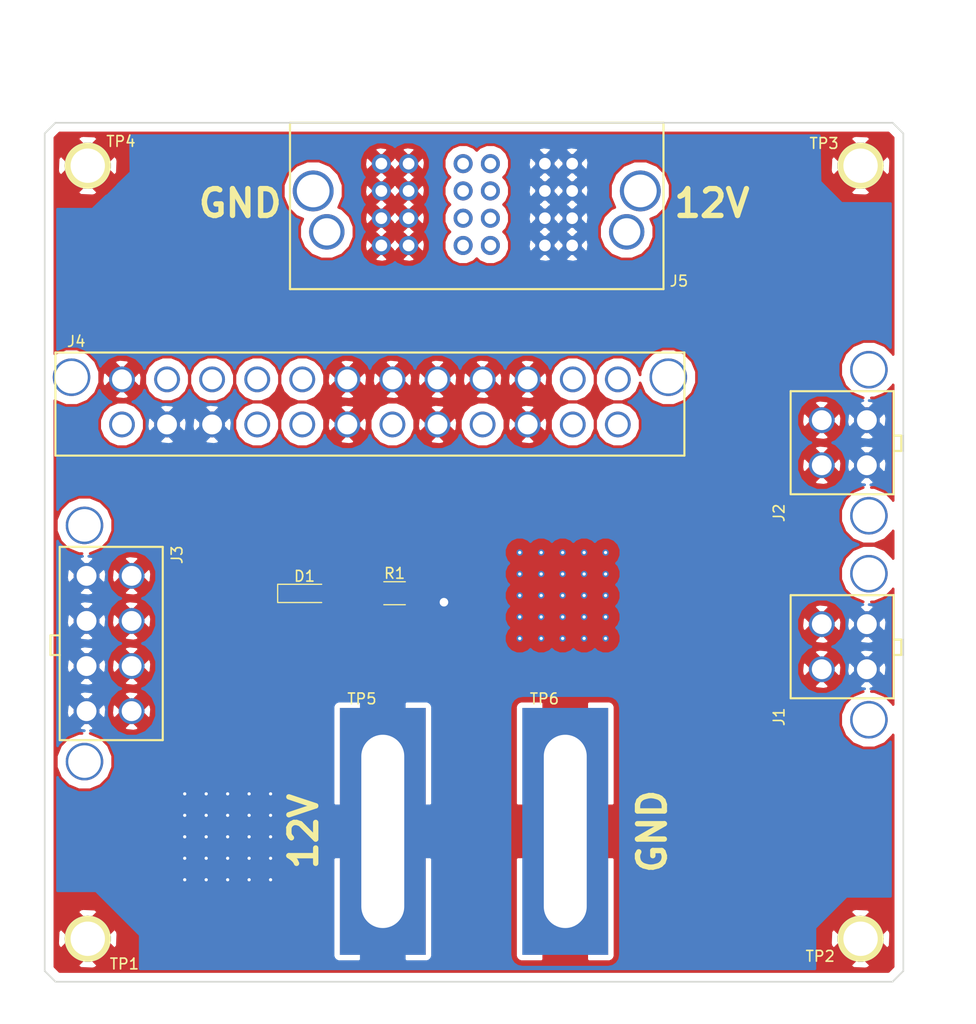
<source format=kicad_pcb>
(kicad_pcb (version 20171130) (host pcbnew "(5.0.1)-3")

  (general
    (thickness 2.5)
    (drawings 13)
    (tracks 5)
    (zones 0)
    (modules 63)
    (nets 25)
  )

  (page A4)
  (layers
    (0 F.Cu signal)
    (31 B.Cu signal)
    (32 B.Adhes user)
    (33 F.Adhes user)
    (34 B.Paste user)
    (35 F.Paste user)
    (36 B.SilkS user)
    (37 F.SilkS user)
    (38 B.Mask user)
    (39 F.Mask user)
    (40 Dwgs.User user)
    (41 Cmts.User user)
    (42 Eco1.User user)
    (43 Eco2.User user)
    (44 Edge.Cuts user)
    (45 Margin user)
    (46 B.CrtYd user)
    (47 F.CrtYd user)
    (48 B.Fab user)
    (49 F.Fab user)
  )

  (setup
    (last_trace_width 0.25)
    (trace_clearance 0.2)
    (zone_clearance 0.75)
    (zone_45_only yes)
    (trace_min 0.2)
    (segment_width 0.2)
    (edge_width 0.15)
    (via_size 0.8)
    (via_drill 0.4)
    (via_min_size 0.4)
    (via_min_drill 0.3)
    (uvia_size 0.3)
    (uvia_drill 0.1)
    (uvias_allowed no)
    (uvia_min_size 0.2)
    (uvia_min_drill 0.1)
    (pcb_text_width 0.3)
    (pcb_text_size 1.5 1.5)
    (mod_edge_width 0.15)
    (mod_text_size 1 1)
    (mod_text_width 0.15)
    (pad_size 5 20)
    (pad_drill 4)
    (pad_to_mask_clearance 0.051)
    (solder_mask_min_width 0.25)
    (aux_axis_origin 104.0003 95.9993)
    (visible_elements 7FFFFFFF)
    (pcbplotparams
      (layerselection 0x3d3ff_ffffffff)
      (usegerberextensions false)
      (usegerberattributes false)
      (usegerberadvancedattributes false)
      (creategerberjobfile false)
      (excludeedgelayer true)
      (linewidth 0.100000)
      (plotframeref false)
      (viasonmask false)
      (mode 1)
      (useauxorigin true)
      (hpglpennumber 1)
      (hpglpenspeed 20)
      (hpglpendiameter 15.000000)
      (psnegative false)
      (psa4output false)
      (plotreference true)
      (plotvalue true)
      (plotinvisibletext false)
      (padsonsilk false)
      (subtractmaskfromsilk false)
      (outputformat 1)
      (mirror false)
      (drillshape 0)
      (scaleselection 1)
      (outputdirectory "prod ATX busbar/gerber/"))
  )

  (net 0 "")
  (net 1 GND)
  (net 2 "Net-(D1-Pad2)")
  (net 3 +12V)
  (net 4 "Net-(J4-Pad1)")
  (net 5 "Net-(J4-Pad2)")
  (net 6 "Net-(J4-Pad4)")
  (net 7 "Net-(J4-Pad6)")
  (net 8 "Net-(J4-Pad8)")
  (net 9 "Net-(J4-Pad9)")
  (net 10 "Net-(J4-Pad12)")
  (net 11 "Net-(J4-Pad13)")
  (net 12 "Net-(J4-Pad14)")
  (net 13 "Net-(J4-Pad20)")
  (net 14 "Net-(J4-Pad21)")
  (net 15 "Net-(J4-Pad22)")
  (net 16 "Net-(J4-Pad23)")
  (net 17 "Net-(J5-Pad9)")
  (net 18 "Net-(J5-Pad10)")
  (net 19 "Net-(J5-Pad11)")
  (net 20 "Net-(J5-Pad12)")
  (net 21 "Net-(J5-Pad13)")
  (net 22 "Net-(J5-Pad14)")
  (net 23 "Net-(J5-Pad15)")
  (net 24 "Net-(J5-Pad16)")

  (net_class Default "Ceci est la Netclass par défaut."
    (clearance 0.2)
    (trace_width 0.25)
    (via_dia 0.8)
    (via_drill 0.4)
    (uvia_dia 0.3)
    (uvia_drill 0.1)
    (add_net +12V)
    (add_net GND)
    (add_net "Net-(D1-Pad2)")
    (add_net "Net-(J4-Pad1)")
    (add_net "Net-(J4-Pad12)")
    (add_net "Net-(J4-Pad13)")
    (add_net "Net-(J4-Pad14)")
    (add_net "Net-(J4-Pad2)")
    (add_net "Net-(J4-Pad20)")
    (add_net "Net-(J4-Pad21)")
    (add_net "Net-(J4-Pad22)")
    (add_net "Net-(J4-Pad23)")
    (add_net "Net-(J4-Pad4)")
    (add_net "Net-(J4-Pad6)")
    (add_net "Net-(J4-Pad8)")
    (add_net "Net-(J4-Pad9)")
    (add_net "Net-(J5-Pad10)")
    (add_net "Net-(J5-Pad11)")
    (add_net "Net-(J5-Pad12)")
    (add_net "Net-(J5-Pad13)")
    (add_net "Net-(J5-Pad14)")
    (add_net "Net-(J5-Pad15)")
    (add_net "Net-(J5-Pad16)")
    (add_net "Net-(J5-Pad9)")
  )

  (module footprint_cts:VIA-0.6mm (layer F.Cu) (tedit 5CD562A5) (tstamp 5CD5FA8A)
    (at 152.258 68.029)
    (fp_text reference REF** (at 0.5842 1.2192) (layer F.SilkS) hide
      (effects (font (size 1 1) (thickness 0.15)))
    )
    (fp_text value VIA-0.6mm (at 0.3937 -1.143) (layer F.Fab) hide
      (effects (font (size 1 1) (thickness 0.15)))
    )
    (pad 1 thru_hole circle (at 0 0) (size 0.6 0.6) (drill 0.3) (layers *.Cu)
      (net 1 GND) (zone_connect 2))
  )

  (module footprint_cts:VIA-0.6mm (layer F.Cu) (tedit 5CD562A5) (tstamp 5CD5FA86)
    (at 150.258 68.029)
    (fp_text reference REF** (at 0.5842 1.2192) (layer F.SilkS) hide
      (effects (font (size 1 1) (thickness 0.15)))
    )
    (fp_text value VIA-0.6mm (at 0.3937 -1.143) (layer F.Fab) hide
      (effects (font (size 1 1) (thickness 0.15)))
    )
    (pad 1 thru_hole circle (at 0 0) (size 0.6 0.6) (drill 0.3) (layers *.Cu)
      (net 1 GND) (zone_connect 2))
  )

  (module footprint_cts:VIA-0.6mm (layer F.Cu) (tedit 5CD562A5) (tstamp 5CD5FA82)
    (at 148.258 68.029)
    (fp_text reference REF** (at 0.5842 1.2192) (layer F.SilkS) hide
      (effects (font (size 1 1) (thickness 0.15)))
    )
    (fp_text value VIA-0.6mm (at 0.3937 -1.143) (layer F.Fab) hide
      (effects (font (size 1 1) (thickness 0.15)))
    )
    (pad 1 thru_hole circle (at 0 0) (size 0.6 0.6) (drill 0.3) (layers *.Cu)
      (net 1 GND) (zone_connect 2))
  )

  (module footprint_cts:VIA-0.6mm (layer F.Cu) (tedit 5CD562A5) (tstamp 5CD5FA7E)
    (at 146.258 68.029)
    (fp_text reference REF** (at 0.5842 1.2192) (layer F.SilkS) hide
      (effects (font (size 1 1) (thickness 0.15)))
    )
    (fp_text value VIA-0.6mm (at 0.3937 -1.143) (layer F.Fab) hide
      (effects (font (size 1 1) (thickness 0.15)))
    )
    (pad 1 thru_hole circle (at 0 0) (size 0.6 0.6) (drill 0.3) (layers *.Cu)
      (net 1 GND) (zone_connect 2))
  )

  (module footprint_cts:VIA-0.6mm (layer F.Cu) (tedit 5CD562A5) (tstamp 5CD5FA7A)
    (at 144.258 68.029)
    (fp_text reference REF** (at 0.5842 1.2192) (layer F.SilkS) hide
      (effects (font (size 1 1) (thickness 0.15)))
    )
    (fp_text value VIA-0.6mm (at 0.3937 -1.143) (layer F.Fab) hide
      (effects (font (size 1 1) (thickness 0.15)))
    )
    (pad 1 thru_hole circle (at 0 0) (size 0.6 0.6) (drill 0.3) (layers *.Cu)
      (net 1 GND) (zone_connect 2))
  )

  (module footprint_cts:VIA-0.6mm (layer F.Cu) (tedit 5CD562A5) (tstamp 5CD5FA76)
    (at 152.258 66.029)
    (fp_text reference REF** (at 0.5842 1.2192) (layer F.SilkS) hide
      (effects (font (size 1 1) (thickness 0.15)))
    )
    (fp_text value VIA-0.6mm (at 0.3937 -1.143) (layer F.Fab) hide
      (effects (font (size 1 1) (thickness 0.15)))
    )
    (pad 1 thru_hole circle (at 0 0) (size 0.6 0.6) (drill 0.3) (layers *.Cu)
      (net 1 GND) (zone_connect 2))
  )

  (module footprint_cts:VIA-0.6mm (layer F.Cu) (tedit 5CD562A5) (tstamp 5CD5FA72)
    (at 150.258 66.029)
    (fp_text reference REF** (at 0.5842 1.2192) (layer F.SilkS) hide
      (effects (font (size 1 1) (thickness 0.15)))
    )
    (fp_text value VIA-0.6mm (at 0.3937 -1.143) (layer F.Fab) hide
      (effects (font (size 1 1) (thickness 0.15)))
    )
    (pad 1 thru_hole circle (at 0 0) (size 0.6 0.6) (drill 0.3) (layers *.Cu)
      (net 1 GND) (zone_connect 2))
  )

  (module footprint_cts:VIA-0.6mm (layer F.Cu) (tedit 5CD562A5) (tstamp 5CD5FA6E)
    (at 148.258 66.029)
    (fp_text reference REF** (at 0.5842 1.2192) (layer F.SilkS) hide
      (effects (font (size 1 1) (thickness 0.15)))
    )
    (fp_text value VIA-0.6mm (at 0.3937 -1.143) (layer F.Fab) hide
      (effects (font (size 1 1) (thickness 0.15)))
    )
    (pad 1 thru_hole circle (at 0 0) (size 0.6 0.6) (drill 0.3) (layers *.Cu)
      (net 1 GND) (zone_connect 2))
  )

  (module footprint_cts:VIA-0.6mm (layer F.Cu) (tedit 5CD562A5) (tstamp 5CD5FA6A)
    (at 146.258 66.029)
    (fp_text reference REF** (at 0.5842 1.2192) (layer F.SilkS) hide
      (effects (font (size 1 1) (thickness 0.15)))
    )
    (fp_text value VIA-0.6mm (at 0.3937 -1.143) (layer F.Fab) hide
      (effects (font (size 1 1) (thickness 0.15)))
    )
    (pad 1 thru_hole circle (at 0 0) (size 0.6 0.6) (drill 0.3) (layers *.Cu)
      (net 1 GND) (zone_connect 2))
  )

  (module footprint_cts:VIA-0.6mm (layer F.Cu) (tedit 5CD562A5) (tstamp 5CD5FA66)
    (at 144.258 66.029)
    (fp_text reference REF** (at 0.5842 1.2192) (layer F.SilkS) hide
      (effects (font (size 1 1) (thickness 0.15)))
    )
    (fp_text value VIA-0.6mm (at 0.3937 -1.143) (layer F.Fab) hide
      (effects (font (size 1 1) (thickness 0.15)))
    )
    (pad 1 thru_hole circle (at 0 0) (size 0.6 0.6) (drill 0.3) (layers *.Cu)
      (net 1 GND) (zone_connect 2))
  )

  (module footprint_cts:VIA-0.6mm (layer F.Cu) (tedit 5CD562A5) (tstamp 5CD5FA62)
    (at 152.258 64.029)
    (fp_text reference REF** (at 0.5842 1.2192) (layer F.SilkS) hide
      (effects (font (size 1 1) (thickness 0.15)))
    )
    (fp_text value VIA-0.6mm (at 0.3937 -1.143) (layer F.Fab) hide
      (effects (font (size 1 1) (thickness 0.15)))
    )
    (pad 1 thru_hole circle (at 0 0) (size 0.6 0.6) (drill 0.3) (layers *.Cu)
      (net 1 GND) (zone_connect 2))
  )

  (module footprint_cts:VIA-0.6mm (layer F.Cu) (tedit 5CD562A5) (tstamp 5CD5FA5E)
    (at 150.258 64.029)
    (fp_text reference REF** (at 0.5842 1.2192) (layer F.SilkS) hide
      (effects (font (size 1 1) (thickness 0.15)))
    )
    (fp_text value VIA-0.6mm (at 0.3937 -1.143) (layer F.Fab) hide
      (effects (font (size 1 1) (thickness 0.15)))
    )
    (pad 1 thru_hole circle (at 0 0) (size 0.6 0.6) (drill 0.3) (layers *.Cu)
      (net 1 GND) (zone_connect 2))
  )

  (module footprint_cts:VIA-0.6mm (layer F.Cu) (tedit 5CD562A5) (tstamp 5CD5FA5A)
    (at 148.258 64.029)
    (fp_text reference REF** (at 0.5842 1.2192) (layer F.SilkS) hide
      (effects (font (size 1 1) (thickness 0.15)))
    )
    (fp_text value VIA-0.6mm (at 0.3937 -1.143) (layer F.Fab) hide
      (effects (font (size 1 1) (thickness 0.15)))
    )
    (pad 1 thru_hole circle (at 0 0) (size 0.6 0.6) (drill 0.3) (layers *.Cu)
      (net 1 GND) (zone_connect 2))
  )

  (module footprint_cts:VIA-0.6mm (layer F.Cu) (tedit 5CD562A5) (tstamp 5CD5FA56)
    (at 146.258 64.029)
    (fp_text reference REF** (at 0.5842 1.2192) (layer F.SilkS) hide
      (effects (font (size 1 1) (thickness 0.15)))
    )
    (fp_text value VIA-0.6mm (at 0.3937 -1.143) (layer F.Fab) hide
      (effects (font (size 1 1) (thickness 0.15)))
    )
    (pad 1 thru_hole circle (at 0 0) (size 0.6 0.6) (drill 0.3) (layers *.Cu)
      (net 1 GND) (zone_connect 2))
  )

  (module footprint_cts:VIA-0.6mm (layer F.Cu) (tedit 5CD562A5) (tstamp 5CD5FA52)
    (at 144.258 64.029)
    (fp_text reference REF** (at 0.5842 1.2192) (layer F.SilkS) hide
      (effects (font (size 1 1) (thickness 0.15)))
    )
    (fp_text value VIA-0.6mm (at 0.3937 -1.143) (layer F.Fab) hide
      (effects (font (size 1 1) (thickness 0.15)))
    )
    (pad 1 thru_hole circle (at 0 0) (size 0.6 0.6) (drill 0.3) (layers *.Cu)
      (net 1 GND) (zone_connect 2))
  )

  (module footprint_cts:VIA-0.6mm (layer F.Cu) (tedit 5CD562A5) (tstamp 5CD5FA4E)
    (at 152.258 62.029)
    (fp_text reference REF** (at 0.5842 1.2192) (layer F.SilkS) hide
      (effects (font (size 1 1) (thickness 0.15)))
    )
    (fp_text value VIA-0.6mm (at 0.3937 -1.143) (layer F.Fab) hide
      (effects (font (size 1 1) (thickness 0.15)))
    )
    (pad 1 thru_hole circle (at 0 0) (size 0.6 0.6) (drill 0.3) (layers *.Cu)
      (net 1 GND) (zone_connect 2))
  )

  (module footprint_cts:VIA-0.6mm (layer F.Cu) (tedit 5CD562A5) (tstamp 5CD5FA4A)
    (at 150.258 62.029)
    (fp_text reference REF** (at 0.5842 1.2192) (layer F.SilkS) hide
      (effects (font (size 1 1) (thickness 0.15)))
    )
    (fp_text value VIA-0.6mm (at 0.3937 -1.143) (layer F.Fab) hide
      (effects (font (size 1 1) (thickness 0.15)))
    )
    (pad 1 thru_hole circle (at 0 0) (size 0.6 0.6) (drill 0.3) (layers *.Cu)
      (net 1 GND) (zone_connect 2))
  )

  (module footprint_cts:VIA-0.6mm (layer F.Cu) (tedit 5CD562A5) (tstamp 5CD5FA46)
    (at 148.258 62.029)
    (fp_text reference REF** (at 0.5842 1.2192) (layer F.SilkS) hide
      (effects (font (size 1 1) (thickness 0.15)))
    )
    (fp_text value VIA-0.6mm (at 0.3937 -1.143) (layer F.Fab) hide
      (effects (font (size 1 1) (thickness 0.15)))
    )
    (pad 1 thru_hole circle (at 0 0) (size 0.6 0.6) (drill 0.3) (layers *.Cu)
      (net 1 GND) (zone_connect 2))
  )

  (module footprint_cts:VIA-0.6mm (layer F.Cu) (tedit 5CD562A5) (tstamp 5CD5FA42)
    (at 146.258 62.029)
    (fp_text reference REF** (at 0.5842 1.2192) (layer F.SilkS) hide
      (effects (font (size 1 1) (thickness 0.15)))
    )
    (fp_text value VIA-0.6mm (at 0.3937 -1.143) (layer F.Fab) hide
      (effects (font (size 1 1) (thickness 0.15)))
    )
    (pad 1 thru_hole circle (at 0 0) (size 0.6 0.6) (drill 0.3) (layers *.Cu)
      (net 1 GND) (zone_connect 2))
  )

  (module footprint_cts:VIA-0.6mm (layer F.Cu) (tedit 5CD562A5) (tstamp 5CD5FA3E)
    (at 144.258 62.029)
    (fp_text reference REF** (at 0.5842 1.2192) (layer F.SilkS) hide
      (effects (font (size 1 1) (thickness 0.15)))
    )
    (fp_text value VIA-0.6mm (at 0.3937 -1.143) (layer F.Fab) hide
      (effects (font (size 1 1) (thickness 0.15)))
    )
    (pad 1 thru_hole circle (at 0 0) (size 0.6 0.6) (drill 0.3) (layers *.Cu)
      (net 1 GND) (zone_connect 2))
  )

  (module footprint_cts:VIA-0.6mm (layer F.Cu) (tedit 5CD562A5) (tstamp 5CD5FA3A)
    (at 152.258 60.029)
    (fp_text reference REF** (at 0.5842 1.2192) (layer F.SilkS) hide
      (effects (font (size 1 1) (thickness 0.15)))
    )
    (fp_text value VIA-0.6mm (at 0.3937 -1.143) (layer F.Fab) hide
      (effects (font (size 1 1) (thickness 0.15)))
    )
    (pad 1 thru_hole circle (at 0 0) (size 0.6 0.6) (drill 0.3) (layers *.Cu)
      (net 1 GND) (zone_connect 2))
  )

  (module footprint_cts:VIA-0.6mm (layer F.Cu) (tedit 5CD562A5) (tstamp 5CD5FA36)
    (at 150.258 60.029)
    (fp_text reference REF** (at 0.5842 1.2192) (layer F.SilkS) hide
      (effects (font (size 1 1) (thickness 0.15)))
    )
    (fp_text value VIA-0.6mm (at 0.3937 -1.143) (layer F.Fab) hide
      (effects (font (size 1 1) (thickness 0.15)))
    )
    (pad 1 thru_hole circle (at 0 0) (size 0.6 0.6) (drill 0.3) (layers *.Cu)
      (net 1 GND) (zone_connect 2))
  )

  (module footprint_cts:VIA-0.6mm (layer F.Cu) (tedit 5CD562A5) (tstamp 5CD5FA32)
    (at 148.258 60.029)
    (fp_text reference REF** (at 0.5842 1.2192) (layer F.SilkS) hide
      (effects (font (size 1 1) (thickness 0.15)))
    )
    (fp_text value VIA-0.6mm (at 0.3937 -1.143) (layer F.Fab) hide
      (effects (font (size 1 1) (thickness 0.15)))
    )
    (pad 1 thru_hole circle (at 0 0) (size 0.6 0.6) (drill 0.3) (layers *.Cu)
      (net 1 GND) (zone_connect 2))
  )

  (module footprint_cts:VIA-0.6mm (layer F.Cu) (tedit 5CD562A5) (tstamp 5CD5FA2E)
    (at 146.258 60.029)
    (fp_text reference REF** (at 0.5842 1.2192) (layer F.SilkS) hide
      (effects (font (size 1 1) (thickness 0.15)))
    )
    (fp_text value VIA-0.6mm (at 0.3937 -1.143) (layer F.Fab) hide
      (effects (font (size 1 1) (thickness 0.15)))
    )
    (pad 1 thru_hole circle (at 0 0) (size 0.6 0.6) (drill 0.3) (layers *.Cu)
      (net 1 GND) (zone_connect 2))
  )

  (module footprint_cts:VIA-0.6mm (layer F.Cu) (tedit 5CD56207) (tstamp 5CD5F980)
    (at 121.0468 90.5044)
    (fp_text reference REF** (at 0.5842 1.2192) (layer F.SilkS) hide
      (effects (font (size 1 1) (thickness 0.15)))
    )
    (fp_text value VIA-0.6mm (at 0.3937 -1.143) (layer F.Fab) hide
      (effects (font (size 1 1) (thickness 0.15)))
    )
    (pad 1 thru_hole circle (at 0 0) (size 0.6 0.6) (drill 0.3) (layers *.Cu)
      (net 3 +12V) (zone_connect 2))
  )

  (module footprint_cts:VIA-0.6mm (layer F.Cu) (tedit 5CD56207) (tstamp 5CD5F97C)
    (at 119.0468 90.5044)
    (fp_text reference REF** (at 0.5842 1.2192) (layer F.SilkS) hide
      (effects (font (size 1 1) (thickness 0.15)))
    )
    (fp_text value VIA-0.6mm (at 0.3937 -1.143) (layer F.Fab) hide
      (effects (font (size 1 1) (thickness 0.15)))
    )
    (pad 1 thru_hole circle (at 0 0) (size 0.6 0.6) (drill 0.3) (layers *.Cu)
      (net 3 +12V) (zone_connect 2))
  )

  (module footprint_cts:VIA-0.6mm (layer F.Cu) (tedit 5CD56207) (tstamp 5CD5F978)
    (at 117.0468 90.5044)
    (fp_text reference REF** (at 0.5842 1.2192) (layer F.SilkS) hide
      (effects (font (size 1 1) (thickness 0.15)))
    )
    (fp_text value VIA-0.6mm (at 0.3937 -1.143) (layer F.Fab) hide
      (effects (font (size 1 1) (thickness 0.15)))
    )
    (pad 1 thru_hole circle (at 0 0) (size 0.6 0.6) (drill 0.3) (layers *.Cu)
      (net 3 +12V) (zone_connect 2))
  )

  (module footprint_cts:VIA-0.6mm (layer F.Cu) (tedit 5CD56207) (tstamp 5CD5F974)
    (at 115.0468 90.5044)
    (fp_text reference REF** (at 0.5842 1.2192) (layer F.SilkS) hide
      (effects (font (size 1 1) (thickness 0.15)))
    )
    (fp_text value VIA-0.6mm (at 0.3937 -1.143) (layer F.Fab) hide
      (effects (font (size 1 1) (thickness 0.15)))
    )
    (pad 1 thru_hole circle (at 0 0) (size 0.6 0.6) (drill 0.3) (layers *.Cu)
      (net 3 +12V) (zone_connect 2))
  )

  (module footprint_cts:VIA-0.6mm (layer F.Cu) (tedit 5CD56207) (tstamp 5CD5F970)
    (at 113.0468 90.5044)
    (fp_text reference REF** (at 0.5842 1.2192) (layer F.SilkS) hide
      (effects (font (size 1 1) (thickness 0.15)))
    )
    (fp_text value VIA-0.6mm (at 0.3937 -1.143) (layer F.Fab) hide
      (effects (font (size 1 1) (thickness 0.15)))
    )
    (pad 1 thru_hole circle (at 0 0) (size 0.6 0.6) (drill 0.3) (layers *.Cu)
      (net 3 +12V) (zone_connect 2))
  )

  (module footprint_cts:VIA-0.6mm (layer F.Cu) (tedit 5CD56207) (tstamp 5CD5F96C)
    (at 121.0468 88.5044)
    (fp_text reference REF** (at 0.5842 1.2192) (layer F.SilkS) hide
      (effects (font (size 1 1) (thickness 0.15)))
    )
    (fp_text value VIA-0.6mm (at 0.3937 -1.143) (layer F.Fab) hide
      (effects (font (size 1 1) (thickness 0.15)))
    )
    (pad 1 thru_hole circle (at 0 0) (size 0.6 0.6) (drill 0.3) (layers *.Cu)
      (net 3 +12V) (zone_connect 2))
  )

  (module footprint_cts:VIA-0.6mm (layer F.Cu) (tedit 5CD56207) (tstamp 5CD5F968)
    (at 119.0468 88.5044)
    (fp_text reference REF** (at 0.5842 1.2192) (layer F.SilkS) hide
      (effects (font (size 1 1) (thickness 0.15)))
    )
    (fp_text value VIA-0.6mm (at 0.3937 -1.143) (layer F.Fab) hide
      (effects (font (size 1 1) (thickness 0.15)))
    )
    (pad 1 thru_hole circle (at 0 0) (size 0.6 0.6) (drill 0.3) (layers *.Cu)
      (net 3 +12V) (zone_connect 2))
  )

  (module footprint_cts:VIA-0.6mm (layer F.Cu) (tedit 5CD56207) (tstamp 5CD5F964)
    (at 117.0468 88.5044)
    (fp_text reference REF** (at 0.5842 1.2192) (layer F.SilkS) hide
      (effects (font (size 1 1) (thickness 0.15)))
    )
    (fp_text value VIA-0.6mm (at 0.3937 -1.143) (layer F.Fab) hide
      (effects (font (size 1 1) (thickness 0.15)))
    )
    (pad 1 thru_hole circle (at 0 0) (size 0.6 0.6) (drill 0.3) (layers *.Cu)
      (net 3 +12V) (zone_connect 2))
  )

  (module footprint_cts:VIA-0.6mm (layer F.Cu) (tedit 5CD56207) (tstamp 5CD5F960)
    (at 115.0468 88.5044)
    (fp_text reference REF** (at 0.5842 1.2192) (layer F.SilkS) hide
      (effects (font (size 1 1) (thickness 0.15)))
    )
    (fp_text value VIA-0.6mm (at 0.3937 -1.143) (layer F.Fab) hide
      (effects (font (size 1 1) (thickness 0.15)))
    )
    (pad 1 thru_hole circle (at 0 0) (size 0.6 0.6) (drill 0.3) (layers *.Cu)
      (net 3 +12V) (zone_connect 2))
  )

  (module footprint_cts:VIA-0.6mm (layer F.Cu) (tedit 5CD56207) (tstamp 5CD5F95C)
    (at 113.0468 88.5044)
    (fp_text reference REF** (at 0.5842 1.2192) (layer F.SilkS) hide
      (effects (font (size 1 1) (thickness 0.15)))
    )
    (fp_text value VIA-0.6mm (at 0.3937 -1.143) (layer F.Fab) hide
      (effects (font (size 1 1) (thickness 0.15)))
    )
    (pad 1 thru_hole circle (at 0 0) (size 0.6 0.6) (drill 0.3) (layers *.Cu)
      (net 3 +12V) (zone_connect 2))
  )

  (module footprint_cts:VIA-0.6mm (layer F.Cu) (tedit 5CD56207) (tstamp 5CD5F958)
    (at 121.0468 86.5044)
    (fp_text reference REF** (at 0.5842 1.2192) (layer F.SilkS) hide
      (effects (font (size 1 1) (thickness 0.15)))
    )
    (fp_text value VIA-0.6mm (at 0.3937 -1.143) (layer F.Fab) hide
      (effects (font (size 1 1) (thickness 0.15)))
    )
    (pad 1 thru_hole circle (at 0 0) (size 0.6 0.6) (drill 0.3) (layers *.Cu)
      (net 3 +12V) (zone_connect 2))
  )

  (module footprint_cts:VIA-0.6mm (layer F.Cu) (tedit 5CD56207) (tstamp 5CD5F954)
    (at 119.0468 86.5044)
    (fp_text reference REF** (at 0.5842 1.2192) (layer F.SilkS) hide
      (effects (font (size 1 1) (thickness 0.15)))
    )
    (fp_text value VIA-0.6mm (at 0.3937 -1.143) (layer F.Fab) hide
      (effects (font (size 1 1) (thickness 0.15)))
    )
    (pad 1 thru_hole circle (at 0 0) (size 0.6 0.6) (drill 0.3) (layers *.Cu)
      (net 3 +12V) (zone_connect 2))
  )

  (module footprint_cts:VIA-0.6mm (layer F.Cu) (tedit 5CD56207) (tstamp 5CD5F950)
    (at 117.0468 86.5044)
    (fp_text reference REF** (at 0.5842 1.2192) (layer F.SilkS) hide
      (effects (font (size 1 1) (thickness 0.15)))
    )
    (fp_text value VIA-0.6mm (at 0.3937 -1.143) (layer F.Fab) hide
      (effects (font (size 1 1) (thickness 0.15)))
    )
    (pad 1 thru_hole circle (at 0 0) (size 0.6 0.6) (drill 0.3) (layers *.Cu)
      (net 3 +12V) (zone_connect 2))
  )

  (module footprint_cts:VIA-0.6mm (layer F.Cu) (tedit 5CD56207) (tstamp 5CD5F94C)
    (at 115.0468 86.5044)
    (fp_text reference REF** (at 0.5842 1.2192) (layer F.SilkS) hide
      (effects (font (size 1 1) (thickness 0.15)))
    )
    (fp_text value VIA-0.6mm (at 0.3937 -1.143) (layer F.Fab) hide
      (effects (font (size 1 1) (thickness 0.15)))
    )
    (pad 1 thru_hole circle (at 0 0) (size 0.6 0.6) (drill 0.3) (layers *.Cu)
      (net 3 +12V) (zone_connect 2))
  )

  (module footprint_cts:VIA-0.6mm (layer F.Cu) (tedit 5CD56207) (tstamp 5CD5F948)
    (at 113.0468 86.5044)
    (fp_text reference REF** (at 0.5842 1.2192) (layer F.SilkS) hide
      (effects (font (size 1 1) (thickness 0.15)))
    )
    (fp_text value VIA-0.6mm (at 0.3937 -1.143) (layer F.Fab) hide
      (effects (font (size 1 1) (thickness 0.15)))
    )
    (pad 1 thru_hole circle (at 0 0) (size 0.6 0.6) (drill 0.3) (layers *.Cu)
      (net 3 +12V) (zone_connect 2))
  )

  (module footprint_cts:VIA-0.6mm (layer F.Cu) (tedit 5CD56207) (tstamp 5CD5F944)
    (at 121.0468 84.5044)
    (fp_text reference REF** (at 0.5842 1.2192) (layer F.SilkS) hide
      (effects (font (size 1 1) (thickness 0.15)))
    )
    (fp_text value VIA-0.6mm (at 0.3937 -1.143) (layer F.Fab) hide
      (effects (font (size 1 1) (thickness 0.15)))
    )
    (pad 1 thru_hole circle (at 0 0) (size 0.6 0.6) (drill 0.3) (layers *.Cu)
      (net 3 +12V) (zone_connect 2))
  )

  (module footprint_cts:VIA-0.6mm (layer F.Cu) (tedit 5CD56207) (tstamp 5CD5F940)
    (at 119.0468 84.5044)
    (fp_text reference REF** (at 0.5842 1.2192) (layer F.SilkS) hide
      (effects (font (size 1 1) (thickness 0.15)))
    )
    (fp_text value VIA-0.6mm (at 0.3937 -1.143) (layer F.Fab) hide
      (effects (font (size 1 1) (thickness 0.15)))
    )
    (pad 1 thru_hole circle (at 0 0) (size 0.6 0.6) (drill 0.3) (layers *.Cu)
      (net 3 +12V) (zone_connect 2))
  )

  (module footprint_cts:VIA-0.6mm (layer F.Cu) (tedit 5CD56207) (tstamp 5CD5F93C)
    (at 117.0468 84.5044)
    (fp_text reference REF** (at 0.5842 1.2192) (layer F.SilkS) hide
      (effects (font (size 1 1) (thickness 0.15)))
    )
    (fp_text value VIA-0.6mm (at 0.3937 -1.143) (layer F.Fab) hide
      (effects (font (size 1 1) (thickness 0.15)))
    )
    (pad 1 thru_hole circle (at 0 0) (size 0.6 0.6) (drill 0.3) (layers *.Cu)
      (net 3 +12V) (zone_connect 2))
  )

  (module footprint_cts:VIA-0.6mm (layer F.Cu) (tedit 5CD56207) (tstamp 5CD5F938)
    (at 115.0468 84.5044)
    (fp_text reference REF** (at 0.5842 1.2192) (layer F.SilkS) hide
      (effects (font (size 1 1) (thickness 0.15)))
    )
    (fp_text value VIA-0.6mm (at 0.3937 -1.143) (layer F.Fab) hide
      (effects (font (size 1 1) (thickness 0.15)))
    )
    (pad 1 thru_hole circle (at 0 0) (size 0.6 0.6) (drill 0.3) (layers *.Cu)
      (net 3 +12V) (zone_connect 2))
  )

  (module footprint_cts:VIA-0.6mm (layer F.Cu) (tedit 5CD56207) (tstamp 5CD5F934)
    (at 113.0468 84.5044)
    (fp_text reference REF** (at 0.5842 1.2192) (layer F.SilkS) hide
      (effects (font (size 1 1) (thickness 0.15)))
    )
    (fp_text value VIA-0.6mm (at 0.3937 -1.143) (layer F.Fab) hide
      (effects (font (size 1 1) (thickness 0.15)))
    )
    (pad 1 thru_hole circle (at 0 0) (size 0.6 0.6) (drill 0.3) (layers *.Cu)
      (net 3 +12V) (zone_connect 2))
  )

  (module footprint_cts:VIA-0.6mm (layer F.Cu) (tedit 5CD56207) (tstamp 5CD5F930)
    (at 121.0468 82.5044)
    (fp_text reference REF** (at 0.5842 1.2192) (layer F.SilkS) hide
      (effects (font (size 1 1) (thickness 0.15)))
    )
    (fp_text value VIA-0.6mm (at 0.3937 -1.143) (layer F.Fab) hide
      (effects (font (size 1 1) (thickness 0.15)))
    )
    (pad 1 thru_hole circle (at 0 0) (size 0.6 0.6) (drill 0.3) (layers *.Cu)
      (net 3 +12V) (zone_connect 2))
  )

  (module footprint_cts:VIA-0.6mm (layer F.Cu) (tedit 5CD56207) (tstamp 5CD5F92C)
    (at 119.0468 82.5044)
    (fp_text reference REF** (at 0.5842 1.2192) (layer F.SilkS) hide
      (effects (font (size 1 1) (thickness 0.15)))
    )
    (fp_text value VIA-0.6mm (at 0.3937 -1.143) (layer F.Fab) hide
      (effects (font (size 1 1) (thickness 0.15)))
    )
    (pad 1 thru_hole circle (at 0 0) (size 0.6 0.6) (drill 0.3) (layers *.Cu)
      (net 3 +12V) (zone_connect 2))
  )

  (module footprint_cts:VIA-0.6mm (layer F.Cu) (tedit 5CD56207) (tstamp 5CD5F928)
    (at 117.0468 82.5044)
    (fp_text reference REF** (at 0.5842 1.2192) (layer F.SilkS) hide
      (effects (font (size 1 1) (thickness 0.15)))
    )
    (fp_text value VIA-0.6mm (at 0.3937 -1.143) (layer F.Fab) hide
      (effects (font (size 1 1) (thickness 0.15)))
    )
    (pad 1 thru_hole circle (at 0 0) (size 0.6 0.6) (drill 0.3) (layers *.Cu)
      (net 3 +12V) (zone_connect 2))
  )

  (module footprint_cts:VIA-0.6mm (layer F.Cu) (tedit 5CD56207) (tstamp 5CD5F924)
    (at 115.0468 82.5044)
    (fp_text reference REF** (at 0.5842 1.2192) (layer F.SilkS) hide
      (effects (font (size 1 1) (thickness 0.15)))
    )
    (fp_text value VIA-0.6mm (at 0.3937 -1.143) (layer F.Fab) hide
      (effects (font (size 1 1) (thickness 0.15)))
    )
    (pad 1 thru_hole circle (at 0 0) (size 0.6 0.6) (drill 0.3) (layers *.Cu)
      (net 3 +12V) (zone_connect 2))
  )

  (module LEDs:LED_1206 (layer F.Cu) (tedit 57FE943C) (tstamp 5CD58588)
    (at 124.206 63.83528)
    (descr "LED 1206 smd package")
    (tags "LED led 1206 SMD smd SMT smt smdled SMDLED smtled SMTLED")
    (path /5CD6AE16)
    (attr smd)
    (fp_text reference D1 (at 0 -1.6) (layer F.SilkS)
      (effects (font (size 1 1) (thickness 0.15)))
    )
    (fp_text value LED (at 0 1.7) (layer F.Fab)
      (effects (font (size 1 1) (thickness 0.15)))
    )
    (fp_line (start -2.65 -1) (end 2.65 -1) (layer F.CrtYd) (width 0.05))
    (fp_line (start -2.65 1) (end -2.65 -1) (layer F.CrtYd) (width 0.05))
    (fp_line (start 2.65 1) (end -2.65 1) (layer F.CrtYd) (width 0.05))
    (fp_line (start 2.65 -1) (end 2.65 1) (layer F.CrtYd) (width 0.05))
    (fp_line (start -2.45 -0.85) (end 1.6 -0.85) (layer F.SilkS) (width 0.12))
    (fp_line (start -2.45 0.85) (end 1.6 0.85) (layer F.SilkS) (width 0.12))
    (fp_line (start -1.6 0.8) (end -1.6 -0.8) (layer F.Fab) (width 0.1))
    (fp_line (start -1.6 -0.8) (end 1.6 -0.8) (layer F.Fab) (width 0.1))
    (fp_line (start 1.6 -0.8) (end 1.6 0.8) (layer F.Fab) (width 0.1))
    (fp_line (start 1.6 0.8) (end -1.6 0.8) (layer F.Fab) (width 0.1))
    (fp_line (start 0.2 -0.4) (end 0.2 0.4) (layer F.Fab) (width 0.1))
    (fp_line (start 0.2 0.4) (end -0.4 0) (layer F.Fab) (width 0.1))
    (fp_line (start -0.4 0) (end 0.2 -0.4) (layer F.Fab) (width 0.1))
    (fp_line (start -0.45 -0.4) (end -0.45 0.4) (layer F.Fab) (width 0.1))
    (fp_line (start -2.5 -0.85) (end -2.5 0.85) (layer F.SilkS) (width 0.12))
    (pad 1 smd rect (at -1.65 0 180) (size 1.5 1.5) (layers F.Cu F.Paste F.Mask)
      (net 1 GND))
    (pad 2 smd rect (at 1.65 0 180) (size 1.5 1.5) (layers F.Cu F.Paste F.Mask)
      (net 2 "Net-(D1-Pad2)"))
    (model ${KISYS3DMOD}/LEDs.3dshapes/LED_1206.wrl
      (at (xyz 0 0 0))
      (scale (xyz 1 1 1))
      (rotate (xyz 0 0 180))
    )
  )

  (module Resistors_SMD:R_1206 (layer F.Cu) (tedit 58E0A804) (tstamp 5CD585ED)
    (at 132.59816 63.8175)
    (descr "Resistor SMD 1206, reflow soldering, Vishay (see dcrcw.pdf)")
    (tags "resistor 1206")
    (path /5CD6ACDA)
    (attr smd)
    (fp_text reference R1 (at 0 -1.85) (layer F.SilkS)
      (effects (font (size 1 1) (thickness 0.15)))
    )
    (fp_text value 495 (at 0 1.95) (layer F.Fab)
      (effects (font (size 1 1) (thickness 0.15)))
    )
    (fp_line (start 2.15 1.1) (end -2.15 1.1) (layer F.CrtYd) (width 0.05))
    (fp_line (start 2.15 1.1) (end 2.15 -1.11) (layer F.CrtYd) (width 0.05))
    (fp_line (start -2.15 -1.11) (end -2.15 1.1) (layer F.CrtYd) (width 0.05))
    (fp_line (start -2.15 -1.11) (end 2.15 -1.11) (layer F.CrtYd) (width 0.05))
    (fp_line (start -1 -1.07) (end 1 -1.07) (layer F.SilkS) (width 0.12))
    (fp_line (start 1 1.07) (end -1 1.07) (layer F.SilkS) (width 0.12))
    (fp_line (start -1.6 -0.8) (end 1.6 -0.8) (layer F.Fab) (width 0.1))
    (fp_line (start 1.6 -0.8) (end 1.6 0.8) (layer F.Fab) (width 0.1))
    (fp_line (start 1.6 0.8) (end -1.6 0.8) (layer F.Fab) (width 0.1))
    (fp_line (start -1.6 0.8) (end -1.6 -0.8) (layer F.Fab) (width 0.1))
    (fp_text user %R (at 0 0) (layer F.Fab)
      (effects (font (size 0.7 0.7) (thickness 0.105)))
    )
    (pad 2 smd rect (at 1.45 0) (size 0.9 1.7) (layers F.Cu F.Paste F.Mask)
      (net 3 +12V))
    (pad 1 smd rect (at -1.45 0) (size 0.9 1.7) (layers F.Cu F.Paste F.Mask)
      (net 2 "Net-(D1-Pad2)"))
    (model ${KISYS3DMOD}/Resistors_SMD.3dshapes/R_1206.wrl
      (at (xyz 0 0 0))
      (scale (xyz 1 1 1))
      (rotate (xyz 0 0 0))
    )
  )

  (module footprint_cts:fixing_hole (layer F.Cu) (tedit 58735213) (tstamp 5CD585F2)
    (at 104 96)
    (path /5CD53DF0)
    (fp_text reference TP1 (at 3.42422 2.34626) (layer F.SilkS)
      (effects (font (size 1 1) (thickness 0.15)))
    )
    (fp_text value TestPoint (at 3.01498 3.24612) (layer F.Fab)
      (effects (font (size 1 1) (thickness 0.15)))
    )
    (pad 1 thru_hole circle (at 0.0127 0) (size 4.3 4.3) (drill 3.2) (layers *.Cu *.Mask F.SilkS)
      (net 1 GND))
  )

  (module footprint_cts:fixing_hole (layer F.Cu) (tedit 58735213) (tstamp 5CD585F7)
    (at 176 96)
    (path /5CD53FD7)
    (fp_text reference TP2 (at -3.74482 1.62998) (layer F.SilkS)
      (effects (font (size 1 1) (thickness 0.15)))
    )
    (fp_text value TestPoint (at 3.01498 3.24612) (layer F.Fab)
      (effects (font (size 1 1) (thickness 0.15)))
    )
    (pad 1 thru_hole circle (at 0.0127 0) (size 4.3 4.3) (drill 3.2) (layers *.Cu *.Mask F.SilkS)
      (net 1 GND))
  )

  (module footprint_cts:fixing_hole (layer F.Cu) (tedit 58735213) (tstamp 5CD585FC)
    (at 176 24)
    (path /5CD54015)
    (fp_text reference TP3 (at -3.38414 -2.07476) (layer F.SilkS)
      (effects (font (size 1 1) (thickness 0.15)))
    )
    (fp_text value TestPoint (at 3.01498 3.24612) (layer F.Fab)
      (effects (font (size 1 1) (thickness 0.15)))
    )
    (pad 1 thru_hole circle (at 0.0127 0) (size 4.3 4.3) (drill 3.2) (layers *.Cu *.Mask F.SilkS)
      (net 1 GND))
  )

  (module footprint_cts:fixing_hole (layer F.Cu) (tedit 58735213) (tstamp 5CD58601)
    (at 104 24)
    (path /5CD54022)
    (fp_text reference TP4 (at 3.0991 -2.26018) (layer F.SilkS)
      (effects (font (size 1 1) (thickness 0.15)))
    )
    (fp_text value TestPoint (at 3.01498 3.24612) (layer F.Fab)
      (effects (font (size 1 1) (thickness 0.15)))
    )
    (pad 1 thru_hole circle (at 0.0127 0) (size 4.3 4.3) (drill 3.2) (layers *.Cu *.Mask F.SilkS)
      (net 1 GND))
  )

  (module footprint_cts:VIA-0.6mm (layer F.Cu) (tedit 5CD56207) (tstamp 5CD5F869)
    (at 113.0468 82.5044)
    (fp_text reference REF** (at 0.5842 1.2192) (layer F.SilkS) hide
      (effects (font (size 1 1) (thickness 0.15)))
    )
    (fp_text value VIA-0.6mm (at 0.3937 -1.143) (layer F.Fab) hide
      (effects (font (size 1 1) (thickness 0.15)))
    )
    (pad 1 thru_hole circle (at 0 0) (size 0.6 0.6) (drill 0.3) (layers *.Cu)
      (net 3 +12V) (zone_connect 2))
  )

  (module footprint_cts:VIA-0.6mm (layer F.Cu) (tedit 5CD562A5) (tstamp 5CD5F993)
    (at 144.258 60.029)
    (fp_text reference REF** (at 0.5842 1.2192) (layer F.SilkS) hide
      (effects (font (size 1 1) (thickness 0.15)))
    )
    (fp_text value VIA-0.6mm (at 0.3937 -1.143) (layer F.Fab) hide
      (effects (font (size 1 1) (thickness 0.15)))
    )
    (pad 1 thru_hole circle (at 0 0) (size 0.6 0.6) (drill 0.3) (layers *.Cu)
      (net 1 GND) (zone_connect 2))
  )

  (module footprint_cts:pad_busbar (layer F.Cu) (tedit 5D4AD37E) (tstamp 5D4B213B)
    (at 131.5 86)
    (path /5CD6E29C)
    (fp_text reference TP5 (at -1.9431 -12.3444) (layer F.SilkS)
      (effects (font (size 1 1) (thickness 0.15)))
    )
    (fp_text value TestPoint (at -0.0635 12.4968) (layer F.Fab)
      (effects (font (size 1 1) (thickness 0.15)))
    )
    (pad 1 thru_hole rect (at 0 0) (size 8 23) (drill oval 4 18) (layers *.Cu F.Mask)
      (net 3 +12V))
  )

  (module footprint_cts:pad_busbar (layer F.Cu) (tedit 5D4AD37E) (tstamp 5D4B45B6)
    (at 148.5 86)
    (path /5CD6F424)
    (fp_text reference TP6 (at -1.9431 -12.3444) (layer F.SilkS)
      (effects (font (size 1 1) (thickness 0.15)))
    )
    (fp_text value TestPoint (at -0.0635 12.4968) (layer F.Fab)
      (effects (font (size 1 1) (thickness 0.15)))
    )
    (pad 1 thru_hole rect (at 0 0) (size 8 23) (drill oval 4 18) (layers *.Cu F.Mask)
      (net 1 GND))
  )

  (module footprint_cts:Connector_2x12_2.5mm_thickness (layer F.Cu) (tedit 5E1C6601) (tstamp 5E1CA600)
    (at 101 51)
    (path /5CD5427A)
    (fp_text reference J4 (at 1.94056 -10.63498) (layer F.SilkS)
      (effects (font (size 1 1) (thickness 0.15)))
    )
    (fp_text value Conn_02x12_Counter_Clockwise (at 45.29328 0.92456) (layer F.Fab)
      (effects (font (size 1 1) (thickness 0.15)))
    )
    (fp_line (start 0 -9.6) (end 0 0) (layer F.SilkS) (width 0.2))
    (fp_line (start 0 0) (end 58.6 0) (layer F.SilkS) (width 0.2))
    (fp_line (start 58.6 0) (end 58.6 -9.6) (layer F.SilkS) (width 0.2))
    (fp_line (start 0 -9.6) (end 58.6 -9.6) (layer F.SilkS) (width 0.2))
    (fp_line (start -0.3 -9.8) (end 58.9 -9.8) (layer F.CrtYd) (width 0.2))
    (fp_line (start 58.9 -9.8) (end 58.9 0.2) (layer F.CrtYd) (width 0.2))
    (fp_line (start 58.9 0.2) (end -0.3 0.2) (layer F.CrtYd) (width 0.2))
    (fp_line (start -0.3 0.2) (end -0.3 -9.8) (layer F.CrtYd) (width 0.2))
    (pad "" np_thru_hole circle (at 57.1 -7.3) (size 3.5 3.5) (drill 3.03) (layers *.Cu *.Mask))
    (pad "" np_thru_hole circle (at 1.5 -7.3) (size 3.5 3.5) (drill 3.03) (layers *.Cu *.Mask))
    (pad 1 thru_hole circle (at 52.4 -2.9) (size 2.4 2.4) (drill 1.85) (layers *.Cu *.Mask)
      (net 4 "Net-(J4-Pad1)"))
    (pad 2 thru_hole circle (at 48.2 -2.9) (size 2.4 2.4) (drill 1.85) (layers *.Cu *.Mask)
      (net 5 "Net-(J4-Pad2)"))
    (pad 3 thru_hole circle (at 44 -2.9) (size 2.4 2.4) (drill 1.85) (layers *.Cu *.Mask)
      (net 1 GND))
    (pad 4 thru_hole circle (at 39.8 -2.9) (size 2.4 2.4) (drill 1.85) (layers *.Cu *.Mask)
      (net 6 "Net-(J4-Pad4)"))
    (pad 5 thru_hole circle (at 35.6 -2.9) (size 2.4 2.4) (drill 1.85) (layers *.Cu *.Mask)
      (net 1 GND))
    (pad 6 thru_hole circle (at 31.4 -2.9) (size 2.4 2.4) (drill 1.85) (layers *.Cu *.Mask)
      (net 7 "Net-(J4-Pad6)"))
    (pad 7 thru_hole circle (at 27.2 -2.9) (size 2.4 2.4) (drill 1.85) (layers *.Cu *.Mask)
      (net 1 GND))
    (pad 8 thru_hole circle (at 23 -2.9) (size 2.4 2.4) (drill 1.85) (layers *.Cu *.Mask)
      (net 8 "Net-(J4-Pad8)"))
    (pad 9 thru_hole circle (at 18.8 -2.9) (size 2.4 2.4) (drill 1.85) (layers *.Cu *.Mask)
      (net 9 "Net-(J4-Pad9)"))
    (pad 10 thru_hole circle (at 14.6 -2.9) (size 2.4 2.4) (drill 1.85) (layers *.Cu *.Mask)
      (net 3 +12V))
    (pad 11 thru_hole circle (at 10.4 -2.9) (size 2.4 2.4) (drill 1.85) (layers *.Cu *.Mask)
      (net 3 +12V))
    (pad 12 thru_hole circle (at 6.2 -2.9) (size 2.4 2.4) (drill 1.85) (layers *.Cu *.Mask)
      (net 10 "Net-(J4-Pad12)"))
    (pad 13 thru_hole circle (at 52.4 -7.1) (size 2.4 2.4) (drill 1.85) (layers *.Cu *.Mask)
      (net 11 "Net-(J4-Pad13)"))
    (pad 14 thru_hole circle (at 48.2 -7.1) (size 2.4 2.4) (drill 1.85) (layers *.Cu *.Mask)
      (net 12 "Net-(J4-Pad14)"))
    (pad 15 thru_hole circle (at 44 -7.1) (size 2.4 2.4) (drill 1.85) (layers *.Cu *.Mask)
      (net 1 GND))
    (pad 16 thru_hole circle (at 39.8 -7.1) (size 2.4 2.4) (drill 1.85) (layers *.Cu *.Mask)
      (net 1 GND))
    (pad 17 thru_hole circle (at 35.6 -7.1) (size 2.4 2.4) (drill 1.85) (layers *.Cu *.Mask)
      (net 1 GND))
    (pad 18 thru_hole circle (at 31.4 -7.1) (size 2.4 2.4) (drill 1.85) (layers *.Cu *.Mask)
      (net 1 GND))
    (pad 19 thru_hole circle (at 27.2 -7.1) (size 2.4 2.4) (drill 1.85) (layers *.Cu *.Mask)
      (net 1 GND))
    (pad 20 thru_hole circle (at 23 -7.1) (size 2.4 2.4) (drill 1.85) (layers *.Cu *.Mask)
      (net 13 "Net-(J4-Pad20)"))
    (pad 21 thru_hole circle (at 18.8 -7.1) (size 2.4 2.4) (drill 1.85) (layers *.Cu *.Mask)
      (net 14 "Net-(J4-Pad21)"))
    (pad 22 thru_hole circle (at 14.6 -7.1) (size 2.4 2.4) (drill 1.85) (layers *.Cu *.Mask)
      (net 15 "Net-(J4-Pad22)"))
    (pad 23 thru_hole circle (at 10.4 -7.1) (size 2.4 2.4) (drill 1.85) (layers *.Cu *.Mask)
      (net 16 "Net-(J4-Pad23)"))
    (pad 24 thru_hole circle (at 6.2 -7.1) (size 2.4 2.4) (drill 1.85) (layers *.Cu *.Mask)
      (net 1 GND))
  )

  (module "Switch PCIe:2-6450880-8" (layer F.Cu) (tedit 5E429DE5) (tstamp 5E42EF81)
    (at 157.65368 20 180)
    (path /5CDD7C1E)
    (fp_text reference J5 (at -1.43922 -14.74466 180) (layer F.SilkS)
      (effects (font (size 1 1) (thickness 0.15)))
    )
    (fp_text value Conn_02x12_Counter_Clockwise (at 26.73096 1.0795 180) (layer F.Fab)
      (effects (font (size 1 1) (thickness 0.15)))
    )
    (fp_line (start 0 0) (end 0 -15.494) (layer F.SilkS) (width 0.2))
    (fp_line (start 34.798 0) (end 0 0) (layer F.SilkS) (width 0.2))
    (fp_line (start 34.798 -15.494) (end 34.798 0) (layer F.SilkS) (width 0.2))
    (fp_line (start 34.798 -15.494) (end 0 -15.494) (layer F.SilkS) (width 0.2))
    (fp_line (start -0.254 -15.748) (end -0.254 0.254) (layer F.CrtYd) (width 0.2))
    (fp_line (start -0.254 0.254) (end 35.052 0.254) (layer F.CrtYd) (width 0.2))
    (fp_line (start 35.052 0.254) (end 35.052 -15.748) (layer F.CrtYd) (width 0.2))
    (fp_line (start 35.052 -15.748) (end -0.254 -15.748) (layer F.CrtYd) (width 0.2))
    (pad "" np_thru_hole circle (at 2.159 -6.35 180) (size 3.81 3.81) (drill 3.048) (layers *.Cu *.Mask))
    (pad "" np_thru_hole circle (at 32.639 -6.35 180) (size 3.81 3.81) (drill 3.048) (layers *.Cu *.Mask))
    (pad "" np_thru_hole circle (at 3.429 -10.16 180) (size 3.302 3.302) (drill 2.54) (layers *.Cu *.Mask))
    (pad "" np_thru_hole circle (at 31.369 -10.16 180) (size 3.302 3.302) (drill 2.54) (layers *.Cu *.Mask))
    (pad 1 thru_hole circle (at 26.289 -3.81 180) (size 1.778 1.778) (drill 1.0922) (layers *.Cu *.Mask)
      (net 1 GND))
    (pad 9 thru_hole circle (at 18.669 -3.81 180) (size 1.778 1.778) (drill 1.0922) (layers *.Cu *.Mask)
      (net 17 "Net-(J5-Pad9)"))
    (pad 17 thru_hole circle (at 11.049 -3.81 180) (size 1.778 1.778) (drill 1.0922) (layers *.Cu *.Mask)
      (net 3 +12V))
    (pad 2 thru_hole circle (at 26.289 -6.35 180) (size 1.778 1.778) (drill 1.0922) (layers *.Cu *.Mask)
      (net 1 GND))
    (pad 3 thru_hole circle (at 26.289 -8.89 180) (size 1.778 1.778) (drill 1.0922) (layers *.Cu *.Mask)
      (net 1 GND))
    (pad 4 thru_hole circle (at 26.289 -11.43 180) (size 1.778 1.778) (drill 1.0922) (layers *.Cu *.Mask)
      (net 1 GND))
    (pad 5 thru_hole circle (at 23.749 -3.81 180) (size 1.778 1.778) (drill 1.0922) (layers *.Cu *.Mask)
      (net 1 GND))
    (pad 6 thru_hole circle (at 23.749 -6.35 180) (size 1.778 1.778) (drill 1.0922) (layers *.Cu *.Mask)
      (net 1 GND))
    (pad 7 thru_hole circle (at 23.749 -8.89 180) (size 1.778 1.778) (drill 1.0922) (layers *.Cu *.Mask)
      (net 1 GND))
    (pad 8 thru_hole circle (at 23.749 -11.43 180) (size 1.778 1.778) (drill 1.0922) (layers *.Cu *.Mask)
      (net 1 GND))
    (pad 10 thru_hole circle (at 18.669 -6.35 180) (size 1.778 1.778) (drill 1.0922) (layers *.Cu *.Mask)
      (net 18 "Net-(J5-Pad10)"))
    (pad 11 thru_hole circle (at 18.669 -8.89 180) (size 1.778 1.778) (drill 1.0922) (layers *.Cu *.Mask)
      (net 19 "Net-(J5-Pad11)"))
    (pad 12 thru_hole circle (at 18.669 -11.43 180) (size 1.778 1.778) (drill 1.0922) (layers *.Cu *.Mask)
      (net 20 "Net-(J5-Pad12)"))
    (pad 13 thru_hole circle (at 16.129 -3.81 180) (size 1.778 1.778) (drill 1.0922) (layers *.Cu *.Mask)
      (net 21 "Net-(J5-Pad13)"))
    (pad 14 thru_hole circle (at 16.129 -6.35 180) (size 1.778 1.778) (drill 1.0922) (layers *.Cu *.Mask)
      (net 22 "Net-(J5-Pad14)"))
    (pad 15 thru_hole circle (at 16.129 -8.89 180) (size 1.778 1.778) (drill 1.0922) (layers *.Cu *.Mask)
      (net 23 "Net-(J5-Pad15)"))
    (pad 16 thru_hole circle (at 16.129 -11.43 180) (size 1.778 1.778) (drill 1.0922) (layers *.Cu *.Mask)
      (net 24 "Net-(J5-Pad16)"))
    (pad 18 thru_hole circle (at 11.049 -6.35 180) (size 1.778 1.778) (drill 1.0922) (layers *.Cu *.Mask)
      (net 3 +12V))
    (pad 19 thru_hole circle (at 11.049 -8.89 180) (size 1.778 1.778) (drill 1.0922) (layers *.Cu *.Mask)
      (net 3 +12V))
    (pad 20 thru_hole circle (at 11.049 -11.43 180) (size 1.778 1.778) (drill 1.0922) (layers *.Cu *.Mask)
      (net 3 +12V))
    (pad 21 thru_hole circle (at 8.509 -3.81 180) (size 1.778 1.778) (drill 1.0922) (layers *.Cu *.Mask)
      (net 3 +12V))
    (pad 22 thru_hole circle (at 8.509 -6.35 180) (size 1.778 1.778) (drill 1.0922) (layers *.Cu *.Mask)
      (net 3 +12V))
    (pad 23 thru_hole circle (at 8.509 -8.89 180) (size 1.778 1.778) (drill 1.0922) (layers *.Cu *.Mask)
      (net 3 +12V))
    (pad 24 thru_hole circle (at 8.509 -11.43 180) (size 1.778 1.778) (drill 1.0922) (layers *.Cu *.Mask)
      (net 3 +12V))
  )

  (module "Switch PCIe:2x2pins_2.38mm_0462070104" (layer F.Cu) (tedit 5E42B59A) (tstamp 5E42DC47)
    (at 169.5 64 270)
    (path /5CD54969)
    (fp_text reference J1 (at 11.33602 1.08204 270) (layer F.SilkS)
      (effects (font (size 1 1) (thickness 0.15)))
    )
    (fp_text value Conn_02x02_Counter_Clockwise (at 5.34416 -10.50798 270) (layer F.Fab)
      (effects (font (size 1 1) (thickness 0.15)))
    )
    (fp_line (start 5.57022 -10.30478) (end 5.57022 -9.64438) (layer F.SilkS) (width 0.2))
    (fp_line (start 4.1402 -10.30478) (end 5.57022 -10.30478) (layer F.SilkS) (width 0.2))
    (fp_line (start 4.1402 -9.61898) (end 4.1402 -10.30478) (layer F.SilkS) (width 0.2))
    (fp_line (start 13.4 -9.7) (end -3.7 -9.7) (layer F.CrtYd) (width 0.2))
    (fp_line (start 13.4 0.1) (end 13.4 -9.7) (layer F.CrtYd) (width 0.2))
    (fp_line (start -3.7 0.1) (end 13.4 0.1) (layer F.CrtYd) (width 0.2))
    (fp_line (start -3.7 -9.7) (end -3.7 0.1) (layer F.CrtYd) (width 0.2))
    (fp_line (start 0 -9.6) (end 9.6 -9.6) (layer F.SilkS) (width 0.2))
    (fp_line (start 9.6 -9.6) (end 9.6 0) (layer F.SilkS) (width 0.2))
    (fp_line (start 0 0) (end 9.6 0) (layer F.SilkS) (width 0.2))
    (fp_line (start 0 -9.6) (end 0 0) (layer F.SilkS) (width 0.2))
    (pad 4 thru_hole circle (at 2.7 -7.1 270) (size 2.4 2.4) (drill 1.85) (layers *.Cu *.Mask)
      (net 3 +12V))
    (pad 3 thru_hole circle (at 6.9 -7.1 270) (size 2.4 2.4) (drill 1.85) (layers *.Cu *.Mask)
      (net 3 +12V))
    (pad 2 thru_hole circle (at 2.7 -2.9 270) (size 2.4 2.4) (drill 1.85) (layers *.Cu *.Mask)
      (net 1 GND))
    (pad 1 thru_hole circle (at 6.9 -2.9 270) (size 2.4 2.4) (drill 1.85) (layers *.Cu *.Mask)
      (net 1 GND))
    (pad "" np_thru_hole circle (at -2 -7.291 270) (size 3.5 3.5) (drill 3.03) (layers *.Cu *.Mask))
    (pad "" np_thru_hole circle (at 11.6 -7.291 270) (size 3.5 3.5) (drill 3.03) (layers *.Cu *.Mask))
  )

  (module "Switch PCIe:2x2pins_2.38mm_0462070104" (layer F.Cu) (tedit 5E42B59A) (tstamp 5E42DC5C)
    (at 169.5 45 270)
    (path /5CD54655)
    (fp_text reference J2 (at 11.33602 1.08204 270) (layer F.SilkS)
      (effects (font (size 1 1) (thickness 0.15)))
    )
    (fp_text value Conn_02x02_Counter_Clockwise (at 5.34416 -10.50798 270) (layer F.Fab)
      (effects (font (size 1 1) (thickness 0.15)))
    )
    (fp_line (start 0 -9.6) (end 0 0) (layer F.SilkS) (width 0.2))
    (fp_line (start 0 0) (end 9.6 0) (layer F.SilkS) (width 0.2))
    (fp_line (start 9.6 -9.6) (end 9.6 0) (layer F.SilkS) (width 0.2))
    (fp_line (start 0 -9.6) (end 9.6 -9.6) (layer F.SilkS) (width 0.2))
    (fp_line (start -3.7 -9.7) (end -3.7 0.1) (layer F.CrtYd) (width 0.2))
    (fp_line (start -3.7 0.1) (end 13.4 0.1) (layer F.CrtYd) (width 0.2))
    (fp_line (start 13.4 0.1) (end 13.4 -9.7) (layer F.CrtYd) (width 0.2))
    (fp_line (start 13.4 -9.7) (end -3.7 -9.7) (layer F.CrtYd) (width 0.2))
    (fp_line (start 4.1402 -9.61898) (end 4.1402 -10.30478) (layer F.SilkS) (width 0.2))
    (fp_line (start 4.1402 -10.30478) (end 5.57022 -10.30478) (layer F.SilkS) (width 0.2))
    (fp_line (start 5.57022 -10.30478) (end 5.57022 -9.64438) (layer F.SilkS) (width 0.2))
    (pad "" np_thru_hole circle (at 11.6 -7.291 270) (size 3.5 3.5) (drill 3.03) (layers *.Cu *.Mask))
    (pad "" np_thru_hole circle (at -2 -7.291 270) (size 3.5 3.5) (drill 3.03) (layers *.Cu *.Mask))
    (pad 1 thru_hole circle (at 6.9 -2.9 270) (size 2.4 2.4) (drill 1.85) (layers *.Cu *.Mask)
      (net 1 GND))
    (pad 2 thru_hole circle (at 2.7 -2.9 270) (size 2.4 2.4) (drill 1.85) (layers *.Cu *.Mask)
      (net 1 GND))
    (pad 3 thru_hole circle (at 6.9 -7.1 270) (size 2.4 2.4) (drill 1.85) (layers *.Cu *.Mask)
      (net 3 +12V))
    (pad 4 thru_hole circle (at 2.7 -7.1 270) (size 2.4 2.4) (drill 1.85) (layers *.Cu *.Mask)
      (net 3 +12V))
  )

  (module "Switch PCIe:2x4pins_2.38mm_13A_0462070108" (layer F.Cu) (tedit 5E42B3B1) (tstamp 5E42DC75)
    (at 111 77.5 90)
    (path /5CD54356)
    (fp_text reference J3 (at 17.2593 1.32842 90) (layer F.SilkS)
      (effects (font (size 1 1) (thickness 0.15)))
    )
    (fp_text value Conn_02x04_Counter_Clockwise (at 9.19226 -10.63498 90) (layer F.Fab)
      (effects (font (size 1 1) (thickness 0.15)))
    )
    (fp_line (start 0 -9.6) (end 0 0) (layer F.SilkS) (width 0.2))
    (fp_line (start 0 0) (end 18 0) (layer F.SilkS) (width 0.2))
    (fp_line (start 18 -9.6) (end 18 0) (layer F.SilkS) (width 0.2))
    (fp_line (start 0 -9.6) (end 18 -9.6) (layer F.SilkS) (width 0.2))
    (fp_line (start 7.9248 -9.59866) (end 7.9248 -10.45718) (layer F.SilkS) (width 0.2))
    (fp_line (start 7.9248 -10.45718) (end 9.75868 -10.45718) (layer F.SilkS) (width 0.2))
    (fp_line (start 9.75868 -10.45718) (end 9.75868 -9.63168) (layer F.SilkS) (width 0.2))
    (fp_line (start -3.6 -9.7) (end -3.6 0.1) (layer F.CrtYd) (width 0.2))
    (fp_line (start -3.6 0.1) (end 21.6 0.1) (layer F.CrtYd) (width 0.2))
    (fp_line (start 21.6 0.1) (end 21.6 -9.7) (layer F.CrtYd) (width 0.2))
    (fp_line (start 21.6 -9.7) (end -3.6 -9.7) (layer F.CrtYd) (width 0.2))
    (pad 1 thru_hole circle (at 15.3 -2.9 90) (size 2.4 2.4) (drill 1.85) (layers *.Cu *.Mask)
      (net 1 GND))
    (pad 2 thru_hole circle (at 11.1 -2.9 90) (size 2.4 2.4) (drill 1.85) (layers *.Cu *.Mask)
      (net 1 GND))
    (pad 3 thru_hole circle (at 6.9 -2.9 90) (size 2.4 2.4) (drill 1.85) (layers *.Cu *.Mask)
      (net 1 GND))
    (pad 4 thru_hole circle (at 2.7 -2.9 90) (size 2.4 2.4) (drill 1.85) (layers *.Cu *.Mask)
      (net 1 GND))
    (pad 5 thru_hole circle (at 15.3 -7.1 90) (size 2.4 2.4) (drill 1.85) (layers *.Cu *.Mask)
      (net 3 +12V))
    (pad 6 thru_hole circle (at 11.1 -7.1 90) (size 2.4 2.4) (drill 1.85) (layers *.Cu *.Mask)
      (net 3 +12V))
    (pad 7 thru_hole circle (at 6.9 -7.1 90) (size 2.4 2.4) (drill 1.85) (layers *.Cu *.Mask)
      (net 3 +12V))
    (pad 8 thru_hole circle (at 2.7 -7.1 90) (size 2.4 2.4) (drill 1.85) (layers *.Cu *.Mask)
      (net 3 +12V))
    (pad "" np_thru_hole circle (at 20 -7.291 90) (size 3.5 3.5) (drill 3.03) (layers *.Cu *.Mask))
    (pad "" np_thru_hole circle (at -2 -7.291 90) (size 3.5 3.5) (drill 3.03) (layers *.Cu *.Mask))
  )

  (gr_text 12V (at 124.11964 86 90) (layer F.SilkS) (tstamp 5EFB3A0B)
    (effects (font (size 2.5 2.5) (thickness 0.5)))
  )
  (gr_text GND (at 156.60116 86 90) (layer F.SilkS) (tstamp 5EFB3A07)
    (effects (font (size 2.5 2.5) (thickness 0.5)))
  )
  (gr_text 12V (at 162.16884 27.5) (layer F.SilkS)
    (effects (font (size 2.5 2.5) (thickness 0.5)))
  )
  (gr_text GND (at 118.21414 27.5) (layer F.SilkS)
    (effects (font (size 2.5 2.5) (thickness 0.5)))
  )
  (gr_text "J5 pressfit\nø = +/- 0.05mm" (at 138.5824 13.6144) (layer Cmts.User)
    (effects (font (size 3 3) (thickness 0.5)))
  )
  (gr_line (start 100 99) (end 101 100) (layer Edge.Cuts) (width 0.15))
  (gr_line (start 179 100) (end 180 99) (layer Edge.Cuts) (width 0.15))
  (gr_line (start 179 20) (end 180 21) (layer Edge.Cuts) (width 0.15))
  (gr_line (start 100 21) (end 101 20) (layer Edge.Cuts) (width 0.15))
  (gr_line (start 179 20) (end 101 20) (layer Edge.Cuts) (width 0.15))
  (gr_line (start 180 99) (end 180 21) (layer Edge.Cuts) (width 0.15))
  (gr_line (start 101 100) (end 179 100) (layer Edge.Cuts) (width 0.15))
  (gr_line (start 100 21) (end 100 99) (layer Edge.Cuts) (width 0.15))

  (segment (start 131.13038 63.83528) (end 131.14816 63.8175) (width 0.25) (layer F.Cu) (net 2))
  (segment (start 125.856 63.83528) (end 131.13038 63.83528) (width 2) (layer F.Cu) (net 2))
  (via (at 137.1981 64.6557) (size 1.2) (drill 0.8) (layers F.Cu B.Cu) (net 3))
  (segment (start 134.04816 63.8175) (end 136.3599 63.8175) (width 2) (layer F.Cu) (net 3))
  (segment (start 136.3599 63.8175) (end 137.1981 64.6557) (width 2) (layer F.Cu) (net 3))

  (zone (net 3) (net_name +12V) (layer B.Cu) (tstamp 5E42DF88) (hatch edge 0.508)
    (connect_pads (clearance 1))
    (min_thickness 0.254)
    (fill yes (arc_segments 16) (thermal_gap 0.508) (thermal_bridge_width 5))
    (polygon
      (pts
        (xy 97.7011 27.9146) (xy 104.40924 27.93492) (xy 107.90936 24.56688) (xy 107.85856 19.77136) (xy 109.6137 17.8816)
        (xy 170.5864 17.8308) (xy 172.2628 19.4564) (xy 172.3644 25.4508) (xy 174.2948 27.3812) (xy 180.25872 27.41168)
        (xy 181.356 28.5496) (xy 181.24678 91.27236) (xy 180.34762 92.17152) (xy 174.74438 92.17152) (xy 171.88434 95.03156)
        (xy 171.88434 100.4316) (xy 170.67784 101.6381) (xy 110.12678 101.6381) (xy 108.7755 100.28682) (xy 108.7755 95.70466)
        (xy 104.72674 91.6559) (xy 99.49942 91.6559) (xy 97.7138 89.87028) (xy 97.7138 49.16678)
      )
    )
    (filled_polygon
      (pts
        (xy 172.237418 25.452952) (xy 172.247908 25.501382) (xy 172.274597 25.540603) (xy 174.204997 27.471003) (xy 174.246199 27.498533)
        (xy 174.294151 27.508198) (xy 178.798001 27.531216) (xy 178.798001 40.938308) (xy 178.42069 40.560997) (xy 177.363271 40.123)
        (xy 176.218729 40.123) (xy 175.16131 40.560997) (xy 174.351997 41.37031) (xy 173.914 42.427729) (xy 173.914 43.572271)
        (xy 174.351997 44.62969) (xy 175.16131 45.439003) (xy 176.218729 45.877) (xy 176.227994 45.877) (xy 176.043777 45.913643)
        (xy 175.890326 46.141798) (xy 176.6 46.851472) (xy 177.309674 46.141798) (xy 177.156223 45.913643) (xy 176.810212 45.877)
        (xy 177.363271 45.877) (xy 178.42069 45.439003) (xy 178.798001 45.061692) (xy 178.798001 54.538308) (xy 178.42069 54.160997)
        (xy 177.363271 53.723) (xy 176.972006 53.723) (xy 177.156223 53.686357) (xy 177.309674 53.458202) (xy 176.6 52.748528)
        (xy 175.890326 53.458202) (xy 176.043777 53.686357) (xy 176.389788 53.723) (xy 176.218729 53.723) (xy 175.16131 54.160997)
        (xy 174.351997 54.97031) (xy 173.914 56.027729) (xy 173.914 57.172271) (xy 174.351997 58.22969) (xy 175.16131 59.039003)
        (xy 175.791413 59.3) (xy 175.16131 59.560997) (xy 174.351997 60.37031) (xy 173.914 61.427729) (xy 173.914 62.572271)
        (xy 174.351997 63.62969) (xy 175.16131 64.439003) (xy 176.218729 64.877) (xy 176.227994 64.877) (xy 176.043777 64.913643)
        (xy 175.890326 65.141798) (xy 176.6 65.851472) (xy 177.309674 65.141798) (xy 177.156223 64.913643) (xy 176.810212 64.877)
        (xy 177.363271 64.877) (xy 178.42069 64.439003) (xy 178.798 64.061693) (xy 178.798 73.538307) (xy 178.42069 73.160997)
        (xy 177.363271 72.723) (xy 176.972006 72.723) (xy 177.156223 72.686357) (xy 177.309674 72.458202) (xy 176.6 71.748528)
        (xy 175.890326 72.458202) (xy 176.043777 72.686357) (xy 176.389788 72.723) (xy 176.218729 72.723) (xy 175.16131 73.160997)
        (xy 174.351997 73.97031) (xy 173.914 75.027729) (xy 173.914 76.172271) (xy 174.351997 77.22969) (xy 175.16131 78.039003)
        (xy 176.218729 78.477) (xy 177.363271 78.477) (xy 178.42069 78.039003) (xy 178.798 77.661693) (xy 178.798 92.04452)
        (xy 174.74438 92.04452) (xy 174.695779 92.054187) (xy 174.654577 92.081717) (xy 171.794537 94.941757) (xy 171.767007 94.982959)
        (xy 171.75734 95.03156) (xy 171.75734 98.798) (xy 108.9025 98.798) (xy 108.9025 95.70466) (xy 108.892833 95.656059)
        (xy 108.865303 95.614857) (xy 104.816543 91.566097) (xy 104.775341 91.538567) (xy 104.72674 91.5289) (xy 101.202 91.5289)
        (xy 101.202 88.53175) (xy 126.865 88.53175) (xy 126.865 97.62631) (xy 126.961673 97.859699) (xy 127.140302 98.038327)
        (xy 127.373691 98.135) (xy 129.34125 98.135) (xy 129.5 97.97625) (xy 129.5 88.373) (xy 133.5 88.373)
        (xy 133.5 97.97625) (xy 133.65875 98.135) (xy 135.626309 98.135) (xy 135.859698 98.038327) (xy 136.038327 97.859699)
        (xy 136.135 97.62631) (xy 136.135 88.53175) (xy 135.97625 88.373) (xy 133.5 88.373) (xy 129.5 88.373)
        (xy 127.02375 88.373) (xy 126.865 88.53175) (xy 101.202 88.53175) (xy 101.202 80.965531) (xy 101.269997 81.12969)
        (xy 102.07931 81.939003) (xy 103.136729 82.377) (xy 104.281271 82.377) (xy 105.33869 81.939003) (xy 106.148003 81.12969)
        (xy 106.586 80.072271) (xy 106.586 78.927729) (xy 106.148003 77.87031) (xy 105.33869 77.060997) (xy 104.281271 76.623)
        (xy 104.272006 76.623) (xy 104.456223 76.586357) (xy 104.609674 76.358202) (xy 103.9 75.648528) (xy 103.190326 76.358202)
        (xy 103.343777 76.586357) (xy 103.689788 76.623) (xy 103.136729 76.623) (xy 102.07931 77.060997) (xy 101.269997 77.87031)
        (xy 101.202 78.034469) (xy 101.202 74.969726) (xy 102.036764 74.969726) (xy 102.113643 75.356223) (xy 102.341798 75.509674)
        (xy 103.051472 74.8) (xy 104.748528 74.8) (xy 105.458202 75.509674) (xy 105.686357 75.356223) (xy 105.763236 74.630274)
        (xy 105.686357 74.243777) (xy 105.458202 74.090326) (xy 104.748528 74.8) (xy 103.051472 74.8) (xy 102.341798 74.090326)
        (xy 102.113643 74.243777) (xy 102.036764 74.969726) (xy 101.202 74.969726) (xy 101.202 73.241798) (xy 103.190326 73.241798)
        (xy 103.9 73.951472) (xy 104.609674 73.241798) (xy 104.456223 73.013643) (xy 103.730274 72.936764) (xy 103.343777 73.013643)
        (xy 103.190326 73.241798) (xy 101.202 73.241798) (xy 101.202 72.158202) (xy 103.190326 72.158202) (xy 103.343777 72.386357)
        (xy 104.069726 72.463236) (xy 104.456223 72.386357) (xy 104.609674 72.158202) (xy 103.9 71.448528) (xy 103.190326 72.158202)
        (xy 101.202 72.158202) (xy 101.202 70.769726) (xy 102.036764 70.769726) (xy 102.113643 71.156223) (xy 102.341798 71.309674)
        (xy 103.051472 70.6) (xy 104.748528 70.6) (xy 105.458202 71.309674) (xy 105.686357 71.156223) (xy 105.763236 70.430274)
        (xy 105.686357 70.043777) (xy 105.458202 69.890326) (xy 104.748528 70.6) (xy 103.051472 70.6) (xy 102.341798 69.890326)
        (xy 102.113643 70.043777) (xy 102.036764 70.769726) (xy 101.202 70.769726) (xy 101.202 69.041798) (xy 103.190326 69.041798)
        (xy 103.9 69.751472) (xy 104.609674 69.041798) (xy 104.456223 68.813643) (xy 103.730274 68.736764) (xy 103.343777 68.813643)
        (xy 103.190326 69.041798) (xy 101.202 69.041798) (xy 101.202 67.958202) (xy 103.190326 67.958202) (xy 103.343777 68.186357)
        (xy 104.069726 68.263236) (xy 104.456223 68.186357) (xy 104.609674 67.958202) (xy 103.9 67.248528) (xy 103.190326 67.958202)
        (xy 101.202 67.958202) (xy 101.202 66.569726) (xy 102.036764 66.569726) (xy 102.113643 66.956223) (xy 102.341798 67.109674)
        (xy 103.051472 66.4) (xy 104.748528 66.4) (xy 105.458202 67.109674) (xy 105.686357 66.956223) (xy 105.763236 66.230274)
        (xy 105.686357 65.843777) (xy 105.458202 65.690326) (xy 104.748528 66.4) (xy 103.051472 66.4) (xy 102.341798 65.690326)
        (xy 102.113643 65.843777) (xy 102.036764 66.569726) (xy 101.202 66.569726) (xy 101.202 64.841798) (xy 103.190326 64.841798)
        (xy 103.9 65.551472) (xy 104.609674 64.841798) (xy 104.456223 64.613643) (xy 103.730274 64.536764) (xy 103.343777 64.613643)
        (xy 103.190326 64.841798) (xy 101.202 64.841798) (xy 101.202 63.758202) (xy 103.190326 63.758202) (xy 103.343777 63.986357)
        (xy 104.069726 64.063236) (xy 104.456223 63.986357) (xy 104.609674 63.758202) (xy 103.9 63.048528) (xy 103.190326 63.758202)
        (xy 101.202 63.758202) (xy 101.202 62.369726) (xy 102.036764 62.369726) (xy 102.113643 62.756223) (xy 102.341798 62.909674)
        (xy 103.051472 62.2) (xy 104.748528 62.2) (xy 105.458202 62.909674) (xy 105.686357 62.756223) (xy 105.763236 62.030274)
        (xy 105.704927 61.737131) (xy 105.773 61.737131) (xy 105.773 62.662869) (xy 106.127264 63.51814) (xy 106.78186 64.172736)
        (xy 107.089103 64.3) (xy 106.78186 64.427264) (xy 106.127264 65.08186) (xy 105.773 65.937131) (xy 105.773 66.862869)
        (xy 106.127264 67.71814) (xy 106.78186 68.372736) (xy 107.089103 68.5) (xy 106.78186 68.627264) (xy 106.127264 69.28186)
        (xy 105.773 70.137131) (xy 105.773 71.062869) (xy 106.127264 71.91814) (xy 106.78186 72.572736) (xy 107.089103 72.7)
        (xy 106.78186 72.827264) (xy 106.127264 73.48186) (xy 105.773 74.337131) (xy 105.773 75.262869) (xy 106.127264 76.11814)
        (xy 106.78186 76.772736) (xy 107.637131 77.127) (xy 108.562869 77.127) (xy 109.41814 76.772736) (xy 110.072736 76.11814)
        (xy 110.427 75.262869) (xy 110.427 74.37369) (xy 126.865 74.37369) (xy 126.865 83.46825) (xy 127.02375 83.627)
        (xy 129.5 83.627) (xy 129.5 74.02375) (xy 133.5 74.02375) (xy 133.5 83.627) (xy 135.97625 83.627)
        (xy 136.135 83.46825) (xy 136.135 74.5) (xy 143.350921 74.5) (xy 143.350921 97.5) (xy 143.438389 97.939733)
        (xy 143.687478 98.312522) (xy 144.060267 98.561611) (xy 144.5 98.649079) (xy 152.5 98.649079) (xy 152.939733 98.561611)
        (xy 153.312522 98.312522) (xy 153.561611 97.939733) (xy 153.649079 97.5) (xy 153.649079 74.5) (xy 153.561611 74.060267)
        (xy 153.312522 73.687478) (xy 152.939733 73.438389) (xy 152.5 73.350921) (xy 144.5 73.350921) (xy 144.060267 73.438389)
        (xy 143.687478 73.687478) (xy 143.438389 74.060267) (xy 143.350921 74.5) (xy 136.135 74.5) (xy 136.135 74.37369)
        (xy 136.038327 74.140301) (xy 135.859698 73.961673) (xy 135.626309 73.865) (xy 133.65875 73.865) (xy 133.5 74.02375)
        (xy 129.5 74.02375) (xy 129.34125 73.865) (xy 127.373691 73.865) (xy 127.140302 73.961673) (xy 126.961673 74.140301)
        (xy 126.865 74.37369) (xy 110.427 74.37369) (xy 110.427 74.337131) (xy 110.072736 73.48186) (xy 109.41814 72.827264)
        (xy 109.110897 72.7) (xy 109.41814 72.572736) (xy 110.072736 71.91814) (xy 110.427 71.062869) (xy 110.427 70.137131)
        (xy 110.072736 69.28186) (xy 109.41814 68.627264) (xy 109.110897 68.5) (xy 109.41814 68.372736) (xy 110.072736 67.71814)
        (xy 110.427 66.862869) (xy 110.427 65.937131) (xy 110.072736 65.08186) (xy 109.41814 64.427264) (xy 109.110897 64.3)
        (xy 109.41814 64.172736) (xy 110.072736 63.51814) (xy 110.427 62.662869) (xy 110.427 61.737131) (xy 110.072736 60.88186)
        (xy 109.41814 60.227264) (xy 108.562869 59.873) (xy 107.637131 59.873) (xy 106.78186 60.227264) (xy 106.127264 60.88186)
        (xy 105.773 61.737131) (xy 105.704927 61.737131) (xy 105.686357 61.643777) (xy 105.458202 61.490326) (xy 104.748528 62.2)
        (xy 103.051472 62.2) (xy 102.341798 61.490326) (xy 102.113643 61.643777) (xy 102.036764 62.369726) (xy 101.202 62.369726)
        (xy 101.202 58.965531) (xy 101.269997 59.12969) (xy 102.07931 59.939003) (xy 103.136729 60.377) (xy 103.527994 60.377)
        (xy 103.343777 60.413643) (xy 103.190326 60.641798) (xy 103.9 61.351472) (xy 104.609674 60.641798) (xy 104.456223 60.413643)
        (xy 104.110212 60.377) (xy 104.281271 60.377) (xy 105.33869 59.939003) (xy 105.532541 59.745152) (xy 142.831 59.745152)
        (xy 142.831 60.312848) (xy 143.048247 60.837331) (xy 143.239916 61.029) (xy 143.048247 61.220669) (xy 142.831 61.745152)
        (xy 142.831 62.312848) (xy 143.048247 62.837331) (xy 143.239916 63.029) (xy 143.048247 63.220669) (xy 142.831 63.745152)
        (xy 142.831 64.312848) (xy 143.048247 64.837331) (xy 143.239916 65.029) (xy 143.048247 65.220669) (xy 142.831 65.745152)
        (xy 142.831 66.312848) (xy 143.048247 66.837331) (xy 143.239916 67.029) (xy 143.048247 67.220669) (xy 142.831 67.745152)
        (xy 142.831 68.312848) (xy 143.048247 68.837331) (xy 143.449669 69.238753) (xy 143.974152 69.456) (xy 144.541848 69.456)
        (xy 145.066331 69.238753) (xy 145.258 69.047084) (xy 145.449669 69.238753) (xy 145.974152 69.456) (xy 146.541848 69.456)
        (xy 147.066331 69.238753) (xy 147.258 69.047084) (xy 147.449669 69.238753) (xy 147.974152 69.456) (xy 148.541848 69.456)
        (xy 149.066331 69.238753) (xy 149.258 69.047084) (xy 149.449669 69.238753) (xy 149.974152 69.456) (xy 150.541848 69.456)
        (xy 151.066331 69.238753) (xy 151.258 69.047084) (xy 151.449669 69.238753) (xy 151.974152 69.456) (xy 152.541848 69.456)
        (xy 153.066331 69.238753) (xy 153.467753 68.837331) (xy 153.685 68.312848) (xy 153.685 67.745152) (xy 153.467753 67.220669)
        (xy 153.276084 67.029) (xy 153.467753 66.837331) (xy 153.685 66.312848) (xy 153.685 66.237131) (xy 170.073 66.237131)
        (xy 170.073 67.162869) (xy 170.427264 68.01814) (xy 171.08186 68.672736) (xy 171.389103 68.8) (xy 171.08186 68.927264)
        (xy 170.427264 69.58186) (xy 170.073 70.437131) (xy 170.073 71.362869) (xy 170.427264 72.21814) (xy 171.08186 72.872736)
        (xy 171.937131 73.227) (xy 172.862869 73.227) (xy 173.71814 72.872736) (xy 174.372736 72.21814) (xy 174.727 71.362869)
        (xy 174.727 71.069726) (xy 174.736764 71.069726) (xy 174.813643 71.456223) (xy 175.041798 71.609674) (xy 175.751472 70.9)
        (xy 177.448528 70.9) (xy 178.158202 71.609674) (xy 178.386357 71.456223) (xy 178.463236 70.730274) (xy 178.386357 70.343777)
        (xy 178.158202 70.190326) (xy 177.448528 70.9) (xy 175.751472 70.9) (xy 175.041798 70.190326) (xy 174.813643 70.343777)
        (xy 174.736764 71.069726) (xy 174.727 71.069726) (xy 174.727 70.437131) (xy 174.372736 69.58186) (xy 174.132674 69.341798)
        (xy 175.890326 69.341798) (xy 176.6 70.051472) (xy 177.309674 69.341798) (xy 177.156223 69.113643) (xy 176.430274 69.036764)
        (xy 176.043777 69.113643) (xy 175.890326 69.341798) (xy 174.132674 69.341798) (xy 173.71814 68.927264) (xy 173.410897 68.8)
        (xy 173.71814 68.672736) (xy 174.132674 68.258202) (xy 175.890326 68.258202) (xy 176.043777 68.486357) (xy 176.769726 68.563236)
        (xy 177.156223 68.486357) (xy 177.309674 68.258202) (xy 176.6 67.548528) (xy 175.890326 68.258202) (xy 174.132674 68.258202)
        (xy 174.372736 68.01814) (xy 174.727 67.162869) (xy 174.727 66.869726) (xy 174.736764 66.869726) (xy 174.813643 67.256223)
        (xy 175.041798 67.409674) (xy 175.751472 66.7) (xy 177.448528 66.7) (xy 178.158202 67.409674) (xy 178.386357 67.256223)
        (xy 178.463236 66.530274) (xy 178.386357 66.143777) (xy 178.158202 65.990326) (xy 177.448528 66.7) (xy 175.751472 66.7)
        (xy 175.041798 65.990326) (xy 174.813643 66.143777) (xy 174.736764 66.869726) (xy 174.727 66.869726) (xy 174.727 66.237131)
        (xy 174.372736 65.38186) (xy 173.71814 64.727264) (xy 172.862869 64.373) (xy 171.937131 64.373) (xy 171.08186 64.727264)
        (xy 170.427264 65.38186) (xy 170.073 66.237131) (xy 153.685 66.237131) (xy 153.685 65.745152) (xy 153.467753 65.220669)
        (xy 153.276084 65.029) (xy 153.467753 64.837331) (xy 153.685 64.312848) (xy 153.685 63.745152) (xy 153.467753 63.220669)
        (xy 153.276084 63.029) (xy 153.467753 62.837331) (xy 153.685 62.312848) (xy 153.685 61.745152) (xy 153.467753 61.220669)
        (xy 153.276084 61.029) (xy 153.467753 60.837331) (xy 153.685 60.312848) (xy 153.685 59.745152) (xy 153.467753 59.220669)
        (xy 153.066331 58.819247) (xy 152.541848 58.602) (xy 151.974152 58.602) (xy 151.449669 58.819247) (xy 151.258 59.010916)
        (xy 151.066331 58.819247) (xy 150.541848 58.602) (xy 149.974152 58.602) (xy 149.449669 58.819247) (xy 149.258 59.010916)
        (xy 149.066331 58.819247) (xy 148.541848 58.602) (xy 147.974152 58.602) (xy 147.449669 58.819247) (xy 147.258 59.010916)
        (xy 147.066331 58.819247) (xy 146.541848 58.602) (xy 145.974152 58.602) (xy 145.449669 58.819247) (xy 145.258 59.010916)
        (xy 145.066331 58.819247) (xy 144.541848 58.602) (xy 143.974152 58.602) (xy 143.449669 58.819247) (xy 143.048247 59.220669)
        (xy 142.831 59.745152) (xy 105.532541 59.745152) (xy 106.148003 59.12969) (xy 106.586 58.072271) (xy 106.586 56.927729)
        (xy 106.148003 55.87031) (xy 105.33869 55.060997) (xy 104.281271 54.623) (xy 103.136729 54.623) (xy 102.07931 55.060997)
        (xy 101.269997 55.87031) (xy 101.202 56.034469) (xy 101.202 46.276393) (xy 101.927729 46.577) (xy 103.072271 46.577)
        (xy 104.12969 46.139003) (xy 104.939003 45.32969) (xy 105.106236 44.925953) (xy 105.227264 45.21814) (xy 105.88186 45.872736)
        (xy 106.189103 46) (xy 105.88186 46.127264) (xy 105.227264 46.78186) (xy 104.873 47.637131) (xy 104.873 48.562869)
        (xy 105.227264 49.41814) (xy 105.88186 50.072736) (xy 106.737131 50.427) (xy 107.662869 50.427) (xy 108.51814 50.072736)
        (xy 108.932674 49.658202) (xy 110.690326 49.658202) (xy 110.843777 49.886357) (xy 111.569726 49.963236) (xy 111.956223 49.886357)
        (xy 112.109674 49.658202) (xy 114.890326 49.658202) (xy 115.043777 49.886357) (xy 115.769726 49.963236) (xy 116.156223 49.886357)
        (xy 116.309674 49.658202) (xy 115.6 48.948528) (xy 114.890326 49.658202) (xy 112.109674 49.658202) (xy 111.4 48.948528)
        (xy 110.690326 49.658202) (xy 108.932674 49.658202) (xy 109.172736 49.41814) (xy 109.527 48.562869) (xy 109.527 48.269726)
        (xy 109.536764 48.269726) (xy 109.613643 48.656223) (xy 109.841798 48.809674) (xy 110.551472 48.1) (xy 112.248528 48.1)
        (xy 112.958202 48.809674) (xy 113.186357 48.656223) (xy 113.227287 48.269726) (xy 113.736764 48.269726) (xy 113.813643 48.656223)
        (xy 114.041798 48.809674) (xy 114.751472 48.1) (xy 116.448528 48.1) (xy 117.158202 48.809674) (xy 117.386357 48.656223)
        (xy 117.463236 47.930274) (xy 117.386357 47.543777) (xy 117.158202 47.390326) (xy 116.448528 48.1) (xy 114.751472 48.1)
        (xy 114.041798 47.390326) (xy 113.813643 47.543777) (xy 113.736764 48.269726) (xy 113.227287 48.269726) (xy 113.263236 47.930274)
        (xy 113.186357 47.543777) (xy 112.958202 47.390326) (xy 112.248528 48.1) (xy 110.551472 48.1) (xy 109.841798 47.390326)
        (xy 109.613643 47.543777) (xy 109.536764 48.269726) (xy 109.527 48.269726) (xy 109.527 47.637131) (xy 109.172736 46.78186)
        (xy 108.932674 46.541798) (xy 110.690326 46.541798) (xy 111.4 47.251472) (xy 112.109674 46.541798) (xy 114.890326 46.541798)
        (xy 115.6 47.251472) (xy 116.309674 46.541798) (xy 116.156223 46.313643) (xy 115.430274 46.236764) (xy 115.043777 46.313643)
        (xy 114.890326 46.541798) (xy 112.109674 46.541798) (xy 111.956223 46.313643) (xy 111.230274 46.236764) (xy 110.843777 46.313643)
        (xy 110.690326 46.541798) (xy 108.932674 46.541798) (xy 108.51814 46.127264) (xy 108.210897 46) (xy 108.51814 45.872736)
        (xy 109.172736 45.21814) (xy 109.3 44.910897) (xy 109.427264 45.21814) (xy 110.08186 45.872736) (xy 110.937131 46.227)
        (xy 111.862869 46.227) (xy 112.71814 45.872736) (xy 113.372736 45.21814) (xy 113.5 44.910897) (xy 113.627264 45.21814)
        (xy 114.28186 45.872736) (xy 115.137131 46.227) (xy 116.062869 46.227) (xy 116.91814 45.872736) (xy 117.572736 45.21814)
        (xy 117.7 44.910897) (xy 117.827264 45.21814) (xy 118.48186 45.872736) (xy 118.789103 46) (xy 118.48186 46.127264)
        (xy 117.827264 46.78186) (xy 117.473 47.637131) (xy 117.473 48.562869) (xy 117.827264 49.41814) (xy 118.48186 50.072736)
        (xy 119.337131 50.427) (xy 120.262869 50.427) (xy 121.11814 50.072736) (xy 121.772736 49.41814) (xy 121.9 49.110897)
        (xy 122.027264 49.41814) (xy 122.68186 50.072736) (xy 123.537131 50.427) (xy 124.462869 50.427) (xy 125.31814 50.072736)
        (xy 125.972736 49.41814) (xy 126.1 49.110897) (xy 126.227264 49.41814) (xy 126.88186 50.072736) (xy 127.737131 50.427)
        (xy 128.662869 50.427) (xy 129.51814 50.072736) (xy 130.172736 49.41814) (xy 130.3 49.110897) (xy 130.427264 49.41814)
        (xy 131.08186 50.072736) (xy 131.937131 50.427) (xy 132.862869 50.427) (xy 133.71814 50.072736) (xy 134.372736 49.41814)
        (xy 134.5 49.110897) (xy 134.627264 49.41814) (xy 135.28186 50.072736) (xy 136.137131 50.427) (xy 137.062869 50.427)
        (xy 137.91814 50.072736) (xy 138.572736 49.41814) (xy 138.7 49.110897) (xy 138.827264 49.41814) (xy 139.48186 50.072736)
        (xy 140.337131 50.427) (xy 141.262869 50.427) (xy 142.11814 50.072736) (xy 142.772736 49.41814) (xy 142.9 49.110897)
        (xy 143.027264 49.41814) (xy 143.68186 50.072736) (xy 144.537131 50.427) (xy 145.462869 50.427) (xy 146.31814 50.072736)
        (xy 146.972736 49.41814) (xy 147.1 49.110897) (xy 147.227264 49.41814) (xy 147.88186 50.072736) (xy 148.737131 50.427)
        (xy 149.662869 50.427) (xy 150.51814 50.072736) (xy 151.172736 49.41814) (xy 151.3 49.110897) (xy 151.427264 49.41814)
        (xy 152.08186 50.072736) (xy 152.937131 50.427) (xy 153.862869 50.427) (xy 154.71814 50.072736) (xy 155.372736 49.41814)
        (xy 155.727 48.562869) (xy 155.727 47.637131) (xy 155.561315 47.237131) (xy 170.073 47.237131) (xy 170.073 48.162869)
        (xy 170.427264 49.01814) (xy 171.08186 49.672736) (xy 171.389103 49.8) (xy 171.08186 49.927264) (xy 170.427264 50.58186)
        (xy 170.073 51.437131) (xy 170.073 52.362869) (xy 170.427264 53.21814) (xy 171.08186 53.872736) (xy 171.937131 54.227)
        (xy 172.862869 54.227) (xy 173.71814 53.872736) (xy 174.372736 53.21814) (xy 174.727 52.362869) (xy 174.727 52.069726)
        (xy 174.736764 52.069726) (xy 174.813643 52.456223) (xy 175.041798 52.609674) (xy 175.751472 51.9) (xy 177.448528 51.9)
        (xy 178.158202 52.609674) (xy 178.386357 52.456223) (xy 178.463236 51.730274) (xy 178.386357 51.343777) (xy 178.158202 51.190326)
        (xy 177.448528 51.9) (xy 175.751472 51.9) (xy 175.041798 51.190326) (xy 174.813643 51.343777) (xy 174.736764 52.069726)
        (xy 174.727 52.069726) (xy 174.727 51.437131) (xy 174.372736 50.58186) (xy 174.132674 50.341798) (xy 175.890326 50.341798)
        (xy 176.6 51.051472) (xy 177.309674 50.341798) (xy 177.156223 50.113643) (xy 176.430274 50.036764) (xy 176.043777 50.113643)
        (xy 175.890326 50.341798) (xy 174.132674 50.341798) (xy 173.71814 49.927264) (xy 173.410897 49.8) (xy 173.71814 49.672736)
        (xy 174.132674 49.258202) (xy 175.890326 49.258202) (xy 176.043777 49.486357) (xy 176.769726 49.563236) (xy 177.156223 49.486357)
        (xy 177.309674 49.258202) (xy 176.6 48.548528) (xy 175.890326 49.258202) (xy 174.132674 49.258202) (xy 174.372736 49.01814)
        (xy 174.727 48.162869) (xy 174.727 47.869726) (xy 174.736764 47.869726) (xy 174.813643 48.256223) (xy 175.041798 48.409674)
        (xy 175.751472 47.7) (xy 177.448528 47.7) (xy 178.158202 48.409674) (xy 178.386357 48.256223) (xy 178.463236 47.530274)
        (xy 178.386357 47.143777) (xy 178.158202 46.990326) (xy 177.448528 47.7) (xy 175.751472 47.7) (xy 175.041798 46.990326)
        (xy 174.813643 47.143777) (xy 174.736764 47.869726) (xy 174.727 47.869726) (xy 174.727 47.237131) (xy 174.372736 46.38186)
        (xy 173.71814 45.727264) (xy 172.862869 45.373) (xy 171.937131 45.373) (xy 171.08186 45.727264) (xy 170.427264 46.38186)
        (xy 170.073 47.237131) (xy 155.561315 47.237131) (xy 155.372736 46.78186) (xy 154.71814 46.127264) (xy 154.410897 46)
        (xy 154.71814 45.872736) (xy 155.372736 45.21814) (xy 155.493764 44.925953) (xy 155.660997 45.32969) (xy 156.47031 46.139003)
        (xy 157.527729 46.577) (xy 158.672271 46.577) (xy 159.72969 46.139003) (xy 160.539003 45.32969) (xy 160.977 44.272271)
        (xy 160.977 43.127729) (xy 160.539003 42.07031) (xy 159.72969 41.260997) (xy 158.672271 40.823) (xy 157.527729 40.823)
        (xy 156.47031 41.260997) (xy 155.660997 42.07031) (xy 155.410921 42.674047) (xy 155.372736 42.58186) (xy 154.71814 41.927264)
        (xy 153.862869 41.573) (xy 152.937131 41.573) (xy 152.08186 41.927264) (xy 151.427264 42.58186) (xy 151.3 42.889103)
        (xy 151.172736 42.58186) (xy 150.51814 41.927264) (xy 149.662869 41.573) (xy 148.737131 41.573) (xy 147.88186 41.927264)
        (xy 147.227264 42.58186) (xy 147.1 42.889103) (xy 146.972736 42.58186) (xy 146.31814 41.927264) (xy 145.462869 41.573)
        (xy 144.537131 41.573) (xy 143.68186 41.927264) (xy 143.027264 42.58186) (xy 142.9 42.889103) (xy 142.772736 42.58186)
        (xy 142.11814 41.927264) (xy 141.262869 41.573) (xy 140.337131 41.573) (xy 139.48186 41.927264) (xy 138.827264 42.58186)
        (xy 138.7 42.889103) (xy 138.572736 42.58186) (xy 137.91814 41.927264) (xy 137.062869 41.573) (xy 136.137131 41.573)
        (xy 135.28186 41.927264) (xy 134.627264 42.58186) (xy 134.5 42.889103) (xy 134.372736 42.58186) (xy 133.71814 41.927264)
        (xy 132.862869 41.573) (xy 131.937131 41.573) (xy 131.08186 41.927264) (xy 130.427264 42.58186) (xy 130.3 42.889103)
        (xy 130.172736 42.58186) (xy 129.51814 41.927264) (xy 128.662869 41.573) (xy 127.737131 41.573) (xy 126.88186 41.927264)
        (xy 126.227264 42.58186) (xy 126.1 42.889103) (xy 125.972736 42.58186) (xy 125.31814 41.927264) (xy 124.462869 41.573)
        (xy 123.537131 41.573) (xy 122.68186 41.927264) (xy 122.027264 42.58186) (xy 121.9 42.889103) (xy 121.772736 42.58186)
        (xy 121.11814 41.927264) (xy 120.262869 41.573) (xy 119.337131 41.573) (xy 118.48186 41.927264) (xy 117.827264 42.58186)
        (xy 117.7 42.889103) (xy 117.572736 42.58186) (xy 116.91814 41.927264) (xy 116.062869 41.573) (xy 115.137131 41.573)
        (xy 114.28186 41.927264) (xy 113.627264 42.58186) (xy 113.5 42.889103) (xy 113.372736 42.58186) (xy 112.71814 41.927264)
        (xy 111.862869 41.573) (xy 110.937131 41.573) (xy 110.08186 41.927264) (xy 109.427264 42.58186) (xy 109.3 42.889103)
        (xy 109.172736 42.58186) (xy 108.51814 41.927264) (xy 107.662869 41.573) (xy 106.737131 41.573) (xy 105.88186 41.927264)
        (xy 105.227264 42.58186) (xy 105.189079 42.674047) (xy 104.939003 42.07031) (xy 104.12969 41.260997) (xy 103.072271 40.823)
        (xy 101.927729 40.823) (xy 101.202 41.123607) (xy 101.202 28.052205) (xy 104.408855 28.061919) (xy 104.457485 28.052399)
        (xy 104.497299 28.026433) (xy 105.738356 26.832209) (xy 105.868971 26.778106) (xy 106.790806 25.856271) (xy 106.81615 25.795086)
        (xy 106.866227 25.746898) (xy 121.98268 25.746898) (xy 121.98268 26.953102) (xy 122.444275 28.06749) (xy 123.29719 28.920405)
        (xy 123.718898 29.095082) (xy 123.50668 29.607421) (xy 123.50668 30.712579) (xy 123.929606 31.73361) (xy 124.71107 32.515074)
        (xy 125.732101 32.938) (xy 126.837259 32.938) (xy 127.85829 32.515074) (xy 128.639754 31.73361) (xy 129.06268 30.712579)
        (xy 129.06268 29.607421) (xy 128.639754 28.58639) (xy 127.85829 27.804926) (xy 127.717925 27.746785) (xy 128.04668 26.953102)
        (xy 128.04668 25.746898) (xy 127.585085 24.63251) (xy 126.73217 23.779595) (xy 125.837459 23.408993) (xy 129.34868 23.408993)
        (xy 129.34868 24.211007) (xy 129.655598 24.951972) (xy 129.783626 25.08) (xy 129.655598 25.208028) (xy 129.34868 25.948993)
        (xy 129.34868 26.751007) (xy 129.655598 27.491972) (xy 129.783626 27.62) (xy 129.655598 27.748028) (xy 129.34868 28.488993)
        (xy 129.34868 29.291007) (xy 129.655598 30.031972) (xy 129.783626 30.16) (xy 129.655598 30.288028) (xy 129.34868 31.028993)
        (xy 129.34868 31.831007) (xy 129.655598 32.571972) (xy 130.222708 33.139082) (xy 130.963673 33.446) (xy 131.765687 33.446)
        (xy 132.506652 33.139082) (xy 132.63468 33.011054) (xy 132.762708 33.139082) (xy 133.503673 33.446) (xy 134.305687 33.446)
        (xy 135.046652 33.139082) (xy 135.613762 32.571972) (xy 135.92068 31.831007) (xy 135.92068 31.028993) (xy 135.613762 30.288028)
        (xy 135.485734 30.16) (xy 135.613762 30.031972) (xy 135.92068 29.291007) (xy 135.92068 28.488993) (xy 135.613762 27.748028)
        (xy 135.485734 27.62) (xy 135.613762 27.491972) (xy 135.92068 26.751007) (xy 135.92068 25.948993) (xy 135.613762 25.208028)
        (xy 135.485734 25.08) (xy 135.613762 24.951972) (xy 135.92068 24.211007) (xy 135.92068 23.408993) (xy 136.96868 23.408993)
        (xy 136.96868 24.211007) (xy 137.275598 24.951972) (xy 137.403626 25.08) (xy 137.275598 25.208028) (xy 136.96868 25.948993)
        (xy 136.96868 26.751007) (xy 137.275598 27.491972) (xy 137.403626 27.62) (xy 137.275598 27.748028) (xy 136.96868 28.488993)
        (xy 136.96868 29.291007) (xy 137.275598 30.031972) (xy 137.403626 30.16) (xy 137.275598 30.288028) (xy 136.96868 31.028993)
        (xy 136.96868 31.831007) (xy 137.275598 32.571972) (xy 137.842708 33.139082) (xy 138.583673 33.446) (xy 139.385687 33.446)
        (xy 140.126652 33.139082) (xy 140.25468 33.011054) (xy 140.382708 33.139082) (xy 141.123673 33.446) (xy 141.925687 33.446)
        (xy 142.666652 33.139082) (xy 143.126346 32.679388) (xy 145.98391 32.679388) (xy 146.089121 32.895834) (xy 146.689316 32.98155)
        (xy 147.120239 32.895834) (xy 147.22545 32.679388) (xy 148.52391 32.679388) (xy 148.629121 32.895834) (xy 149.229316 32.98155)
        (xy 149.660239 32.895834) (xy 149.76545 32.679388) (xy 149.14468 32.058618) (xy 148.52391 32.679388) (xy 147.22545 32.679388)
        (xy 146.60468 32.058618) (xy 145.98391 32.679388) (xy 143.126346 32.679388) (xy 143.233762 32.571972) (xy 143.54068 31.831007)
        (xy 143.54068 31.514636) (xy 145.05313 31.514636) (xy 145.138846 31.945559) (xy 145.355292 32.05077) (xy 145.976062 31.43)
        (xy 147.233298 31.43) (xy 147.661462 31.858164) (xy 147.678846 31.945559) (xy 147.815077 32.011779) (xy 147.854068 32.05077)
        (xy 147.87468 32.040751) (xy 147.895292 32.05077) (xy 147.934283 32.011779) (xy 148.070514 31.945559) (xy 148.082178 31.863884)
        (xy 148.516062 31.43) (xy 149.773298 31.43) (xy 150.394068 32.05077) (xy 150.610514 31.945559) (xy 150.69623 31.345364)
        (xy 150.610514 30.914441) (xy 150.394068 30.80923) (xy 149.773298 31.43) (xy 148.516062 31.43) (xy 148.087898 31.001836)
        (xy 148.070514 30.914441) (xy 147.934283 30.848221) (xy 147.895292 30.80923) (xy 147.87468 30.819249) (xy 147.854068 30.80923)
        (xy 147.815077 30.848221) (xy 147.678846 30.914441) (xy 147.667182 30.996116) (xy 147.233298 31.43) (xy 145.976062 31.43)
        (xy 145.355292 30.80923) (xy 145.138846 30.914441) (xy 145.05313 31.514636) (xy 143.54068 31.514636) (xy 143.54068 31.028993)
        (xy 143.233762 30.288028) (xy 143.105734 30.16) (xy 143.126346 30.139388) (xy 145.98391 30.139388) (xy 145.993929 30.16)
        (xy 145.98391 30.180612) (xy 146.022901 30.219603) (xy 146.089121 30.355834) (xy 146.170796 30.367498) (xy 146.60468 30.801382)
        (xy 147.032844 30.373218) (xy 147.120239 30.355834) (xy 147.186459 30.219603) (xy 147.22545 30.180612) (xy 147.215431 30.16)
        (xy 147.22545 30.139388) (xy 148.52391 30.139388) (xy 148.533929 30.16) (xy 148.52391 30.180612) (xy 148.562901 30.219603)
        (xy 148.629121 30.355834) (xy 148.710796 30.367498) (xy 149.14468 30.801382) (xy 149.572844 30.373218) (xy 149.660239 30.355834)
        (xy 149.726459 30.219603) (xy 149.76545 30.180612) (xy 149.755431 30.16) (xy 149.76545 30.139388) (xy 149.726459 30.100397)
        (xy 149.660239 29.964166) (xy 149.578564 29.952502) (xy 149.233483 29.607421) (xy 151.44668 29.607421) (xy 151.44668 30.712579)
        (xy 151.869606 31.73361) (xy 152.65107 32.515074) (xy 153.672101 32.938) (xy 154.777259 32.938) (xy 155.79829 32.515074)
        (xy 156.579754 31.73361) (xy 157.00268 30.712579) (xy 157.00268 29.607421) (xy 156.790462 29.095082) (xy 157.21217 28.920405)
        (xy 158.065085 28.06749) (xy 158.52668 26.953102) (xy 158.52668 25.746898) (xy 158.065085 24.63251) (xy 157.21217 23.779595)
        (xy 156.097782 23.318) (xy 154.891578 23.318) (xy 153.77719 23.779595) (xy 152.924275 24.63251) (xy 152.46268 25.746898)
        (xy 152.46268 26.953102) (xy 152.791435 27.746785) (xy 152.65107 27.804926) (xy 151.869606 28.58639) (xy 151.44668 29.607421)
        (xy 149.233483 29.607421) (xy 149.14468 29.518618) (xy 148.716516 29.946782) (xy 148.629121 29.964166) (xy 148.562901 30.100397)
        (xy 148.52391 30.139388) (xy 147.22545 30.139388) (xy 147.186459 30.100397) (xy 147.120239 29.964166) (xy 147.038564 29.952502)
        (xy 146.60468 29.518618) (xy 146.176516 29.946782) (xy 146.089121 29.964166) (xy 146.022901 30.100397) (xy 145.98391 30.139388)
        (xy 143.126346 30.139388) (xy 143.233762 30.031972) (xy 143.54068 29.291007) (xy 143.54068 28.974636) (xy 145.05313 28.974636)
        (xy 145.138846 29.405559) (xy 145.355292 29.51077) (xy 145.976062 28.89) (xy 147.233298 28.89) (xy 147.661462 29.318164)
        (xy 147.678846 29.405559) (xy 147.815077 29.471779) (xy 147.854068 29.51077) (xy 147.87468 29.500751) (xy 147.895292 29.51077)
        (xy 147.934283 29.471779) (xy 148.070514 29.405559) (xy 148.082178 29.323884) (xy 148.516062 28.89) (xy 149.773298 28.89)
        (xy 150.394068 29.51077) (xy 150.610514 29.405559) (xy 150.69623 28.805364) (xy 150.610514 28.374441) (xy 150.394068 28.26923)
        (xy 149.773298 28.89) (xy 148.516062 28.89) (xy 148.087898 28.461836) (xy 148.070514 28.374441) (xy 147.934283 28.308221)
        (xy 147.895292 28.26923) (xy 147.87468 28.279249) (xy 147.854068 28.26923) (xy 147.815077 28.308221) (xy 147.678846 28.374441)
        (xy 147.667182 28.456116) (xy 147.233298 28.89) (xy 145.976062 28.89) (xy 145.355292 28.26923) (xy 145.138846 28.374441)
        (xy 145.05313 28.974636) (xy 143.54068 28.974636) (xy 143.54068 28.488993) (xy 143.233762 27.748028) (xy 143.105734 27.62)
        (xy 143.126346 27.599388) (xy 145.98391 27.599388) (xy 145.993929 27.62) (xy 145.98391 27.640612) (xy 146.022901 27.679603)
        (xy 146.089121 27.815834) (xy 146.170796 27.827498) (xy 146.60468 28.261382) (xy 147.032844 27.833218) (xy 147.120239 27.815834)
        (xy 147.186459 27.679603) (xy 147.22545 27.640612) (xy 147.215431 27.62) (xy 147.22545 27.599388) (xy 148.52391 27.599388)
        (xy 148.533929 27.62) (xy 148.52391 27.640612) (xy 148.562901 27.679603) (xy 148.629121 27.815834) (xy 148.710796 27.827498)
        (xy 149.14468 28.261382) (xy 149.572844 27.833218) (xy 149.660239 27.815834) (xy 149.726459 27.679603) (xy 149.76545 27.640612)
        (xy 149.755431 27.62) (xy 149.76545 27.599388) (xy 149.726459 27.560397) (xy 149.660239 27.424166) (xy 149.578564 27.412502)
        (xy 149.14468 26.978618) (xy 148.716516 27.406782) (xy 148.629121 27.424166) (xy 148.562901 27.560397) (xy 148.52391 27.599388)
        (xy 147.22545 27.599388) (xy 147.186459 27.560397) (xy 147.120239 27.424166) (xy 147.038564 27.412502) (xy 146.60468 26.978618)
        (xy 146.176516 27.406782) (xy 146.089121 27.424166) (xy 146.022901 27.560397) (xy 145.98391 27.599388) (xy 143.126346 27.599388)
        (xy 143.233762 27.491972) (xy 143.54068 26.751007) (xy 143.54068 26.434636) (xy 145.05313 26.434636) (xy 145.138846 26.865559)
        (xy 145.355292 26.97077) (xy 145.976062 26.35) (xy 147.233298 26.35) (xy 147.661462 26.778164) (xy 147.678846 26.865559)
        (xy 147.815077 26.931779) (xy 147.854068 26.97077) (xy 147.87468 26.960751) (xy 147.895292 26.97077) (xy 147.934283 26.931779)
        (xy 148.070514 26.865559) (xy 148.082178 26.783884) (xy 148.516062 26.35) (xy 149.773298 26.35) (xy 150.394068 26.97077)
        (xy 150.610514 26.865559) (xy 150.69623 26.265364) (xy 150.610514 25.834441) (xy 150.394068 25.72923) (xy 149.773298 26.35)
        (xy 148.516062 26.35) (xy 148.087898 25.921836) (xy 148.070514 25.834441) (xy 147.934283 25.768221) (xy 147.895292 25.72923)
        (xy 147.87468 25.739249) (xy 147.854068 25.72923) (xy 147.815077 25.768221) (xy 147.678846 25.834441) (xy 147.667182 25.916116)
        (xy 147.233298 26.35) (xy 145.976062 26.35) (xy 145.355292 25.72923) (xy 145.138846 25.834441) (xy 145.05313 26.434636)
        (xy 143.54068 26.434636) (xy 143.54068 25.948993) (xy 143.233762 25.208028) (xy 143.105734 25.08) (xy 143.126346 25.059388)
        (xy 145.98391 25.059388) (xy 145.993929 25.08) (xy 145.98391 25.100612) (xy 146.022901 25.139603) (xy 146.089121 25.275834)
        (xy 146.170796 25.287498) (xy 146.60468 25.721382) (xy 147.032844 25.293218) (xy 147.120239 25.275834) (xy 147.186459 25.139603)
        (xy 147.22545 25.100612) (xy 147.215431 25.08) (xy 147.22545 25.059388) (xy 148.52391 25.059388) (xy 148.533929 25.08)
        (xy 148.52391 25.100612) (xy 148.562901 25.139603) (xy 148.629121 25.275834) (xy 148.710796 25.287498) (xy 149.14468 25.721382)
        (xy 149.572844 25.293218) (xy 149.660239 25.275834) (xy 149.726459 25.139603) (xy 149.76545 25.100612) (xy 149.755431 25.08)
        (xy 149.76545 25.059388) (xy 149.726459 25.020397) (xy 149.660239 24.884166) (xy 149.578564 24.872502) (xy 149.14468 24.438618)
        (xy 148.716516 24.866782) (xy 148.629121 24.884166) (xy 148.562901 25.020397) (xy 148.52391 25.059388) (xy 147.22545 25.059388)
        (xy 147.186459 25.020397) (xy 147.120239 24.884166) (xy 147.038564 24.872502) (xy 146.60468 24.438618) (xy 146.176516 24.866782)
        (xy 146.089121 24.884166) (xy 146.022901 25.020397) (xy 145.98391 25.059388) (xy 143.126346 25.059388) (xy 143.233762 24.951972)
        (xy 143.54068 24.211007) (xy 143.54068 23.894636) (xy 145.05313 23.894636) (xy 145.138846 24.325559) (xy 145.355292 24.43077)
        (xy 145.976062 23.81) (xy 147.233298 23.81) (xy 147.661462 24.238164) (xy 147.678846 24.325559) (xy 147.815077 24.391779)
        (xy 147.854068 24.43077) (xy 147.87468 24.420751) (xy 147.895292 24.43077) (xy 147.934283 24.391779) (xy 148.070514 24.325559)
        (xy 148.082178 24.243884) (xy 148.516062 23.81) (xy 149.773298 23.81) (xy 150.394068 24.43077) (xy 150.610514 24.325559)
        (xy 150.69623 23.725364) (xy 150.610514 23.294441) (xy 150.394068 23.18923) (xy 149.773298 23.81) (xy 148.516062 23.81)
        (xy 148.087898 23.381836) (xy 148.070514 23.294441) (xy 147.934283 23.228221) (xy 147.895292 23.18923) (xy 147.87468 23.199249)
        (xy 147.854068 23.18923) (xy 147.815077 23.228221) (xy 147.678846 23.294441) (xy 147.667182 23.376116) (xy 147.233298 23.81)
        (xy 145.976062 23.81) (xy 145.355292 23.18923) (xy 145.138846 23.294441) (xy 145.05313 23.894636) (xy 143.54068 23.894636)
        (xy 143.54068 23.408993) (xy 143.233762 22.668028) (xy 143.126346 22.560612) (xy 145.98391 22.560612) (xy 146.60468 23.181382)
        (xy 147.22545 22.560612) (xy 148.52391 22.560612) (xy 149.14468 23.181382) (xy 149.76545 22.560612) (xy 149.660239 22.344166)
        (xy 149.060044 22.25845) (xy 148.629121 22.344166) (xy 148.52391 22.560612) (xy 147.22545 22.560612) (xy 147.120239 22.344166)
        (xy 146.520044 22.25845) (xy 146.089121 22.344166) (xy 145.98391 22.560612) (xy 143.126346 22.560612) (xy 142.666652 22.100918)
        (xy 141.925687 21.794) (xy 141.123673 21.794) (xy 140.382708 22.100918) (xy 140.25468 22.228946) (xy 140.126652 22.100918)
        (xy 139.385687 21.794) (xy 138.583673 21.794) (xy 137.842708 22.100918) (xy 137.275598 22.668028) (xy 136.96868 23.408993)
        (xy 135.92068 23.408993) (xy 135.613762 22.668028) (xy 135.046652 22.100918) (xy 134.305687 21.794) (xy 133.503673 21.794)
        (xy 132.762708 22.100918) (xy 132.63468 22.228946) (xy 132.506652 22.100918) (xy 131.765687 21.794) (xy 130.963673 21.794)
        (xy 130.222708 22.100918) (xy 129.655598 22.668028) (xy 129.34868 23.408993) (xy 125.837459 23.408993) (xy 125.617782 23.318)
        (xy 124.411578 23.318) (xy 123.29719 23.779595) (xy 122.444275 24.63251) (xy 121.98268 25.746898) (xy 106.866227 25.746898)
        (xy 107.997419 24.658393) (xy 108.025737 24.617728) (xy 108.036353 24.565535) (xy 108.000723 21.202) (xy 172.165368 21.202)
      )
    )
  )
  (zone (net 1) (net_name GND) (layer F.Cu) (tstamp 5E42DF85) (hatch edge 0.508)
    (connect_pads (clearance 0.75))
    (min_thickness 0.254)
    (fill yes (arc_segments 16) (thermal_gap 0.508) (thermal_bridge_width 5))
    (polygon
      (pts
        (xy 95.83674 99.11588) (xy 100.6602 103.93934) (xy 182.43042 103.93934) (xy 186.71794 99.65182) (xy 186.7789 24.8031)
        (xy 180.1114 18.1356) (xy 99.2124 18.3134) (xy 95.89008 21.72716)
      )
    )
    (filled_polygon
      (pts
        (xy 179.048001 21.394332) (xy 179.048001 41.5842) (xy 179.018063 41.511924) (xy 178.279076 40.772937) (xy 177.313543 40.373)
        (xy 176.268457 40.373) (xy 175.302924 40.772937) (xy 174.563937 41.511924) (xy 174.164 42.477457) (xy 174.164 43.522543)
        (xy 174.563937 44.488076) (xy 175.302924 45.227063) (xy 176.2588 45.623) (xy 176.186859 45.623) (xy 175.423474 45.939204)
        (xy 174.839204 46.523474) (xy 174.523 47.286859) (xy 174.523 48.113141) (xy 174.839204 48.876526) (xy 175.423474 49.460796)
        (xy 176.186859 49.777) (xy 177.013141 49.777) (xy 177.776526 49.460796) (xy 178.360796 48.876526) (xy 178.677 48.113141)
        (xy 178.677 47.286859) (xy 178.360796 46.523474) (xy 177.776526 45.939204) (xy 177.022798 45.627) (xy 177.313543 45.627)
        (xy 178.279076 45.227063) (xy 179.018063 44.488076) (xy 179.048001 44.4158) (xy 179.048001 55.1842) (xy 179.018063 55.111924)
        (xy 178.279076 54.372937) (xy 177.313543 53.973) (xy 177.022798 53.973) (xy 177.776526 53.660796) (xy 178.360796 53.076526)
        (xy 178.677 52.313141) (xy 178.677 51.486859) (xy 178.360796 50.723474) (xy 177.776526 50.139204) (xy 177.013141 49.823)
        (xy 176.186859 49.823) (xy 175.423474 50.139204) (xy 174.839204 50.723474) (xy 174.523 51.486859) (xy 174.523 52.313141)
        (xy 174.839204 53.076526) (xy 175.423474 53.660796) (xy 176.186859 53.977) (xy 176.2588 53.977) (xy 175.302924 54.372937)
        (xy 174.563937 55.111924) (xy 174.164 56.077457) (xy 174.164 57.122543) (xy 174.563937 58.088076) (xy 175.302924 58.827063)
        (xy 176.268457 59.227) (xy 177.313543 59.227) (xy 178.279076 58.827063) (xy 179.018063 58.088076) (xy 179.048001 58.0158)
        (xy 179.048 60.584199) (xy 179.018063 60.511924) (xy 178.279076 59.772937) (xy 177.313543 59.373) (xy 176.268457 59.373)
        (xy 175.302924 59.772937) (xy 174.563937 60.511924) (xy 174.164 61.477457) (xy 174.164 62.522543) (xy 174.563937 63.488076)
        (xy 175.302924 64.227063) (xy 176.2588 64.623) (xy 176.186859 64.623) (xy 175.423474 64.939204) (xy 174.839204 65.523474)
        (xy 174.523 66.286859) (xy 174.523 67.113141) (xy 174.839204 67.876526) (xy 175.423474 68.460796) (xy 176.186859 68.777)
        (xy 177.013141 68.777) (xy 177.776526 68.460796) (xy 178.360796 67.876526) (xy 178.677 67.113141) (xy 178.677 66.286859)
        (xy 178.360796 65.523474) (xy 177.776526 64.939204) (xy 177.022798 64.627) (xy 177.313543 64.627) (xy 178.279076 64.227063)
        (xy 179.018063 63.488076) (xy 179.048 63.415801) (xy 179.048 74.184199) (xy 179.018063 74.111924) (xy 178.279076 73.372937)
        (xy 177.313543 72.973) (xy 177.022798 72.973) (xy 177.776526 72.660796) (xy 178.360796 72.076526) (xy 178.677 71.313141)
        (xy 178.677 70.486859) (xy 178.360796 69.723474) (xy 177.776526 69.139204) (xy 177.013141 68.823) (xy 176.186859 68.823)
        (xy 175.423474 69.139204) (xy 174.839204 69.723474) (xy 174.523 70.486859) (xy 174.523 71.313141) (xy 174.839204 72.076526)
        (xy 175.423474 72.660796) (xy 176.186859 72.977) (xy 176.2588 72.977) (xy 175.302924 73.372937) (xy 174.563937 74.111924)
        (xy 174.164 75.077457) (xy 174.164 76.122543) (xy 174.563937 77.088076) (xy 175.302924 77.827063) (xy 176.268457 78.227)
        (xy 177.313543 78.227) (xy 178.279076 77.827063) (xy 179.018063 77.088076) (xy 179.048 77.015801) (xy 179.048 98.605669)
        (xy 178.605669 99.048) (xy 101.394331 99.048) (xy 100.952 98.605669) (xy 100.952 98.496677) (xy 103.036303 98.496677)
        (xy 103.337571 98.758134) (xy 104.444454 98.806544) (xy 104.687829 98.758134) (xy 104.989097 98.496677) (xy 175.036303 98.496677)
        (xy 175.337571 98.758134) (xy 176.444454 98.806544) (xy 176.687829 98.758134) (xy 176.989097 98.496677) (xy 176.0127 97.52028)
        (xy 175.036303 98.496677) (xy 104.989097 98.496677) (xy 104.0127 97.52028) (xy 103.036303 98.496677) (xy 100.952 98.496677)
        (xy 100.952 96.431754) (xy 101.206156 96.431754) (xy 101.254566 96.675129) (xy 101.516023 96.976397) (xy 102.49242 96)
        (xy 105.53298 96) (xy 106.509377 96.976397) (xy 106.770834 96.675129) (xy 106.819244 95.568246) (xy 106.770834 95.324871)
        (xy 106.509377 95.023603) (xy 105.53298 96) (xy 102.49242 96) (xy 101.516023 95.023603) (xy 101.254566 95.324871)
        (xy 101.206156 96.431754) (xy 100.952 96.431754) (xy 100.952 93.503323) (xy 103.036303 93.503323) (xy 104.0127 94.47972)
        (xy 104.989097 93.503323) (xy 104.687829 93.241866) (xy 103.580946 93.193456) (xy 103.337571 93.241866) (xy 103.036303 93.503323)
        (xy 100.952 93.503323) (xy 100.952 82.27028) (xy 111.8698 82.27028) (xy 111.8698 82.73852) (xy 112.048987 83.171117)
        (xy 112.380083 83.502213) (xy 112.385363 83.5044) (xy 112.380083 83.506587) (xy 112.048987 83.837683) (xy 111.8698 84.27028)
        (xy 111.8698 84.73852) (xy 112.048987 85.171117) (xy 112.380083 85.502213) (xy 112.385363 85.5044) (xy 112.380083 85.506587)
        (xy 112.048987 85.837683) (xy 111.8698 86.27028) (xy 111.8698 86.73852) (xy 112.048987 87.171117) (xy 112.380083 87.502213)
        (xy 112.385363 87.5044) (xy 112.380083 87.506587) (xy 112.048987 87.837683) (xy 111.8698 88.27028) (xy 111.8698 88.73852)
        (xy 112.048987 89.171117) (xy 112.380083 89.502213) (xy 112.385363 89.5044) (xy 112.380083 89.506587) (xy 112.048987 89.837683)
        (xy 111.8698 90.27028) (xy 111.8698 90.73852) (xy 112.048987 91.171117) (xy 112.380083 91.502213) (xy 112.81268 91.6814)
        (xy 113.28092 91.6814) (xy 113.713517 91.502213) (xy 114.044613 91.171117) (xy 114.0468 91.165837) (xy 114.048987 91.171117)
        (xy 114.380083 91.502213) (xy 114.81268 91.6814) (xy 115.28092 91.6814) (xy 115.713517 91.502213) (xy 116.044613 91.171117)
        (xy 116.0468 91.165837) (xy 116.048987 91.171117) (xy 116.380083 91.502213) (xy 116.81268 91.6814) (xy 117.28092 91.6814)
        (xy 117.713517 91.502213) (xy 118.044613 91.171117) (xy 118.0468 91.165837) (xy 118.048987 91.171117) (xy 118.380083 91.502213)
        (xy 118.81268 91.6814) (xy 119.28092 91.6814) (xy 119.713517 91.502213) (xy 120.044613 91.171117) (xy 120.0468 91.165837)
        (xy 120.048987 91.171117) (xy 120.380083 91.502213) (xy 120.81268 91.6814) (xy 121.28092 91.6814) (xy 121.713517 91.502213)
        (xy 122.044613 91.171117) (xy 122.2238 90.73852) (xy 122.2238 90.27028) (xy 122.044613 89.837683) (xy 121.713517 89.506587)
        (xy 121.708237 89.5044) (xy 121.713517 89.502213) (xy 122.044613 89.171117) (xy 122.2238 88.73852) (xy 122.2238 88.27028)
        (xy 122.044613 87.837683) (xy 121.713517 87.506587) (xy 121.708237 87.5044) (xy 121.713517 87.502213) (xy 122.044613 87.171117)
        (xy 122.2238 86.73852) (xy 122.2238 86.27028) (xy 122.044613 85.837683) (xy 121.713517 85.506587) (xy 121.708237 85.5044)
        (xy 121.713517 85.502213) (xy 122.044613 85.171117) (xy 122.2238 84.73852) (xy 122.2238 84.27028) (xy 122.044613 83.837683)
        (xy 121.713517 83.506587) (xy 121.708237 83.5044) (xy 121.713517 83.502213) (xy 122.044613 83.171117) (xy 122.2238 82.73852)
        (xy 122.2238 82.27028) (xy 122.044613 81.837683) (xy 121.713517 81.506587) (xy 121.28092 81.3274) (xy 120.81268 81.3274)
        (xy 120.380083 81.506587) (xy 120.048987 81.837683) (xy 120.0468 81.842963) (xy 120.044613 81.837683) (xy 119.713517 81.506587)
        (xy 119.28092 81.3274) (xy 118.81268 81.3274) (xy 118.380083 81.506587) (xy 118.048987 81.837683) (xy 118.0468 81.842963)
        (xy 118.044613 81.837683) (xy 117.713517 81.506587) (xy 117.28092 81.3274) (xy 116.81268 81.3274) (xy 116.380083 81.506587)
        (xy 116.048987 81.837683) (xy 116.0468 81.842963) (xy 116.044613 81.837683) (xy 115.713517 81.506587) (xy 115.28092 81.3274)
        (xy 114.81268 81.3274) (xy 114.380083 81.506587) (xy 114.048987 81.837683) (xy 114.0468 81.842963) (xy 114.044613 81.837683)
        (xy 113.713517 81.506587) (xy 113.28092 81.3274) (xy 112.81268 81.3274) (xy 112.380083 81.506587) (xy 112.048987 81.837683)
        (xy 111.8698 82.27028) (xy 100.952 82.27028) (xy 100.952 78.977457) (xy 101.082 78.977457) (xy 101.082 80.022543)
        (xy 101.481937 80.988076) (xy 102.220924 81.727063) (xy 103.186457 82.127) (xy 104.231543 82.127) (xy 105.197076 81.727063)
        (xy 105.936063 80.988076) (xy 106.336 80.022543) (xy 106.336 78.977457) (xy 105.936063 78.011924) (xy 105.197076 77.272937)
        (xy 104.2412 76.877) (xy 104.313141 76.877) (xy 105.076526 76.560796) (xy 105.27912 76.358202) (xy 107.390326 76.358202)
        (xy 107.543777 76.586357) (xy 108.269726 76.663236) (xy 108.656223 76.586357) (xy 108.809674 76.358202) (xy 108.1 75.648528)
        (xy 107.390326 76.358202) (xy 105.27912 76.358202) (xy 105.660796 75.976526) (xy 105.977 75.213141) (xy 105.977 74.969726)
        (xy 106.236764 74.969726) (xy 106.313643 75.356223) (xy 106.541798 75.509674) (xy 107.251472 74.8) (xy 108.948528 74.8)
        (xy 109.658202 75.509674) (xy 109.886357 75.356223) (xy 109.963236 74.630274) (xy 109.937323 74.5) (xy 126.605819 74.5)
        (xy 126.605819 97.5) (xy 126.673884 97.842188) (xy 126.867719 98.132281) (xy 127.157812 98.326116) (xy 127.5 98.394181)
        (xy 135.5 98.394181) (xy 135.842188 98.326116) (xy 136.132281 98.132281) (xy 136.326116 97.842188) (xy 136.394181 97.5)
        (xy 136.394181 88.53175) (xy 143.865 88.53175) (xy 143.865 97.62631) (xy 143.961673 97.859699) (xy 144.140302 98.038327)
        (xy 144.373691 98.135) (xy 146.34125 98.135) (xy 146.5 97.97625) (xy 146.5 88.373) (xy 150.5 88.373)
        (xy 150.5 97.97625) (xy 150.65875 98.135) (xy 152.626309 98.135) (xy 152.859698 98.038327) (xy 153.038327 97.859699)
        (xy 153.135 97.62631) (xy 153.135 96.431754) (xy 173.206156 96.431754) (xy 173.254566 96.675129) (xy 173.516023 96.976397)
        (xy 174.49242 96) (xy 177.53298 96) (xy 178.509377 96.976397) (xy 178.770834 96.675129) (xy 178.819244 95.568246)
        (xy 178.770834 95.324871) (xy 178.509377 95.023603) (xy 177.53298 96) (xy 174.49242 96) (xy 173.516023 95.023603)
        (xy 173.254566 95.324871) (xy 173.206156 96.431754) (xy 153.135 96.431754) (xy 153.135 93.503323) (xy 175.036303 93.503323)
        (xy 176.0127 94.47972) (xy 176.989097 93.503323) (xy 176.687829 93.241866) (xy 175.580946 93.193456) (xy 175.337571 93.241866)
        (xy 175.036303 93.503323) (xy 153.135 93.503323) (xy 153.135 88.53175) (xy 152.97625 88.373) (xy 150.5 88.373)
        (xy 146.5 88.373) (xy 144.02375 88.373) (xy 143.865 88.53175) (xy 136.394181 88.53175) (xy 136.394181 74.5)
        (xy 136.369057 74.37369) (xy 143.865 74.37369) (xy 143.865 83.46825) (xy 144.02375 83.627) (xy 146.5 83.627)
        (xy 146.5 74.02375) (xy 150.5 74.02375) (xy 150.5 83.627) (xy 152.97625 83.627) (xy 153.135 83.46825)
        (xy 153.135 74.37369) (xy 153.038327 74.140301) (xy 152.859698 73.961673) (xy 152.626309 73.865) (xy 150.65875 73.865)
        (xy 150.5 74.02375) (xy 146.5 74.02375) (xy 146.34125 73.865) (xy 144.373691 73.865) (xy 144.140302 73.961673)
        (xy 143.961673 74.140301) (xy 143.865 74.37369) (xy 136.369057 74.37369) (xy 136.326116 74.157812) (xy 136.132281 73.867719)
        (xy 135.842188 73.673884) (xy 135.5 73.605819) (xy 127.5 73.605819) (xy 127.157812 73.673884) (xy 126.867719 73.867719)
        (xy 126.673884 74.157812) (xy 126.605819 74.5) (xy 109.937323 74.5) (xy 109.886357 74.243777) (xy 109.658202 74.090326)
        (xy 108.948528 74.8) (xy 107.251472 74.8) (xy 106.541798 74.090326) (xy 106.313643 74.243777) (xy 106.236764 74.969726)
        (xy 105.977 74.969726) (xy 105.977 74.386859) (xy 105.660796 73.623474) (xy 105.27912 73.241798) (xy 107.390326 73.241798)
        (xy 108.1 73.951472) (xy 108.809674 73.241798) (xy 108.656223 73.013643) (xy 107.930274 72.936764) (xy 107.543777 73.013643)
        (xy 107.390326 73.241798) (xy 105.27912 73.241798) (xy 105.076526 73.039204) (xy 104.313141 72.723) (xy 103.486859 72.723)
        (xy 102.723474 73.039204) (xy 102.139204 73.623474) (xy 101.823 74.386859) (xy 101.823 75.213141) (xy 102.139204 75.976526)
        (xy 102.723474 76.560796) (xy 103.477202 76.873) (xy 103.186457 76.873) (xy 102.220924 77.272937) (xy 101.481937 78.011924)
        (xy 101.082 78.977457) (xy 100.952 78.977457) (xy 100.952 70.186859) (xy 101.823 70.186859) (xy 101.823 71.013141)
        (xy 102.139204 71.776526) (xy 102.723474 72.360796) (xy 103.486859 72.677) (xy 104.313141 72.677) (xy 105.076526 72.360796)
        (xy 105.27912 72.158202) (xy 107.390326 72.158202) (xy 107.543777 72.386357) (xy 108.269726 72.463236) (xy 108.295033 72.458202)
        (xy 171.690326 72.458202) (xy 171.843777 72.686357) (xy 172.569726 72.763236) (xy 172.956223 72.686357) (xy 173.109674 72.458202)
        (xy 172.4 71.748528) (xy 171.690326 72.458202) (xy 108.295033 72.458202) (xy 108.656223 72.386357) (xy 108.809674 72.158202)
        (xy 108.1 71.448528) (xy 107.390326 72.158202) (xy 105.27912 72.158202) (xy 105.660796 71.776526) (xy 105.977 71.013141)
        (xy 105.977 70.769726) (xy 106.236764 70.769726) (xy 106.313643 71.156223) (xy 106.541798 71.309674) (xy 107.251472 70.6)
        (xy 108.948528 70.6) (xy 109.658202 71.309674) (xy 109.886357 71.156223) (xy 109.895517 71.069726) (xy 170.536764 71.069726)
        (xy 170.613643 71.456223) (xy 170.841798 71.609674) (xy 171.551472 70.9) (xy 173.248528 70.9) (xy 173.958202 71.609674)
        (xy 174.186357 71.456223) (xy 174.263236 70.730274) (xy 174.186357 70.343777) (xy 173.958202 70.190326) (xy 173.248528 70.9)
        (xy 171.551472 70.9) (xy 170.841798 70.190326) (xy 170.613643 70.343777) (xy 170.536764 71.069726) (xy 109.895517 71.069726)
        (xy 109.963236 70.430274) (xy 109.886357 70.043777) (xy 109.658202 69.890326) (xy 108.948528 70.6) (xy 107.251472 70.6)
        (xy 106.541798 69.890326) (xy 106.313643 70.043777) (xy 106.236764 70.769726) (xy 105.977 70.769726) (xy 105.977 70.186859)
        (xy 105.660796 69.423474) (xy 105.27912 69.041798) (xy 107.390326 69.041798) (xy 108.1 69.751472) (xy 108.509674 69.341798)
        (xy 171.690326 69.341798) (xy 172.4 70.051472) (xy 173.109674 69.341798) (xy 172.956223 69.113643) (xy 172.230274 69.036764)
        (xy 171.843777 69.113643) (xy 171.690326 69.341798) (xy 108.509674 69.341798) (xy 108.809674 69.041798) (xy 108.656223 68.813643)
        (xy 107.930274 68.736764) (xy 107.543777 68.813643) (xy 107.390326 69.041798) (xy 105.27912 69.041798) (xy 105.076526 68.839204)
        (xy 104.313141 68.523) (xy 103.486859 68.523) (xy 102.723474 68.839204) (xy 102.139204 69.423474) (xy 101.823 70.186859)
        (xy 100.952 70.186859) (xy 100.952 65.986859) (xy 101.823 65.986859) (xy 101.823 66.813141) (xy 102.139204 67.576526)
        (xy 102.723474 68.160796) (xy 103.486859 68.477) (xy 104.313141 68.477) (xy 105.076526 68.160796) (xy 105.27912 67.958202)
        (xy 107.390326 67.958202) (xy 107.543777 68.186357) (xy 108.269726 68.263236) (xy 108.295033 68.258202) (xy 171.690326 68.258202)
        (xy 171.843777 68.486357) (xy 172.569726 68.563236) (xy 172.956223 68.486357) (xy 173.109674 68.258202) (xy 172.4 67.548528)
        (xy 171.690326 68.258202) (xy 108.295033 68.258202) (xy 108.656223 68.186357) (xy 108.809674 67.958202) (xy 108.1 67.248528)
        (xy 107.390326 67.958202) (xy 105.27912 67.958202) (xy 105.660796 67.576526) (xy 105.977 66.813141) (xy 105.977 66.569726)
        (xy 106.236764 66.569726) (xy 106.313643 66.956223) (xy 106.541798 67.109674) (xy 107.251472 66.4) (xy 108.948528 66.4)
        (xy 109.658202 67.109674) (xy 109.886357 66.956223) (xy 109.895517 66.869726) (xy 170.536764 66.869726) (xy 170.613643 67.256223)
        (xy 170.841798 67.409674) (xy 171.551472 66.7) (xy 173.248528 66.7) (xy 173.958202 67.409674) (xy 174.186357 67.256223)
        (xy 174.263236 66.530274) (xy 174.186357 66.143777) (xy 173.958202 65.990326) (xy 173.248528 66.7) (xy 171.551472 66.7)
        (xy 170.841798 65.990326) (xy 170.613643 66.143777) (xy 170.536764 66.869726) (xy 109.895517 66.869726) (xy 109.963236 66.230274)
        (xy 109.886357 65.843777) (xy 109.658202 65.690326) (xy 108.948528 66.4) (xy 107.251472 66.4) (xy 106.541798 65.690326)
        (xy 106.313643 65.843777) (xy 106.236764 66.569726) (xy 105.977 66.569726) (xy 105.977 65.986859) (xy 105.660796 65.223474)
        (xy 105.27912 64.841798) (xy 107.390326 64.841798) (xy 108.1 65.551472) (xy 108.809674 64.841798) (xy 108.656223 64.613643)
        (xy 107.930274 64.536764) (xy 107.543777 64.613643) (xy 107.390326 64.841798) (xy 105.27912 64.841798) (xy 105.076526 64.639204)
        (xy 104.424268 64.36903) (xy 121.171 64.36903) (xy 121.171 64.71159) (xy 121.267673 64.944979) (xy 121.446302 65.123607)
        (xy 121.679691 65.22028) (xy 122.02225 65.22028) (xy 122.181 65.06153) (xy 122.181 64.21028) (xy 122.931 64.21028)
        (xy 122.931 65.06153) (xy 123.08975 65.22028) (xy 123.432309 65.22028) (xy 123.665698 65.123607) (xy 123.844327 64.944979)
        (xy 123.941 64.71159) (xy 123.941 64.36903) (xy 123.78225 64.21028) (xy 122.931 64.21028) (xy 122.181 64.21028)
        (xy 121.32975 64.21028) (xy 121.171 64.36903) (xy 104.424268 64.36903) (xy 104.313141 64.323) (xy 103.486859 64.323)
        (xy 102.723474 64.639204) (xy 102.139204 65.223474) (xy 101.823 65.986859) (xy 100.952 65.986859) (xy 100.952 56.977457)
        (xy 101.082 56.977457) (xy 101.082 58.022543) (xy 101.481937 58.988076) (xy 102.220924 59.727063) (xy 103.186457 60.127)
        (xy 103.477202 60.127) (xy 102.723474 60.439204) (xy 102.139204 61.023474) (xy 101.823 61.786859) (xy 101.823 62.613141)
        (xy 102.139204 63.376526) (xy 102.723474 63.960796) (xy 103.486859 64.277) (xy 104.313141 64.277) (xy 105.076526 63.960796)
        (xy 105.27912 63.758202) (xy 107.390326 63.758202) (xy 107.543777 63.986357) (xy 108.269726 64.063236) (xy 108.656223 63.986357)
        (xy 108.757833 63.83528) (xy 123.942228 63.83528) (xy 124.087905 64.567649) (xy 124.25935 64.824233) (xy 124.279884 64.927468)
        (xy 124.473719 65.217561) (xy 124.763812 65.411396) (xy 124.867047 65.43193) (xy 125.123631 65.603375) (xy 125.671134 65.71228)
        (xy 131.315246 65.71228) (xy 131.862749 65.603375) (xy 132.483621 65.188521) (xy 132.59521 65.021516) (xy 132.694919 65.170741)
        (xy 133.315791 65.585595) (xy 133.863294 65.6945) (xy 135.582422 65.6945) (xy 136.001581 66.113659) (xy 136.465731 66.423795)
        (xy 137.1981 66.569471) (xy 137.930469 66.423795) (xy 138.551341 66.008941) (xy 138.966195 65.388069) (xy 139.01518 65.141798)
        (xy 171.690326 65.141798) (xy 172.4 65.851472) (xy 173.109674 65.141798) (xy 172.956223 64.913643) (xy 172.230274 64.836764)
        (xy 171.843777 64.913643) (xy 171.690326 65.141798) (xy 139.01518 65.141798) (xy 139.111871 64.6557) (xy 138.966195 63.923331)
        (xy 138.656059 63.459181) (xy 137.81786 62.620982) (xy 137.713141 62.464259) (xy 137.092269 62.049405) (xy 136.544766 61.9405)
        (xy 136.544762 61.9405) (xy 136.3599 61.903729) (xy 136.175038 61.9405) (xy 133.863294 61.9405) (xy 133.315791 62.049405)
        (xy 132.694919 62.464259) (xy 132.58333 62.631264) (xy 132.483621 62.482039) (xy 131.862749 62.067185) (xy 131.315246 61.95828)
        (xy 125.671134 61.95828) (xy 125.123631 62.067185) (xy 124.867047 62.23863) (xy 124.763812 62.259164) (xy 124.473719 62.452999)
        (xy 124.279884 62.743092) (xy 124.25935 62.846327) (xy 124.087905 63.102911) (xy 123.942228 63.83528) (xy 108.757833 63.83528)
        (xy 108.809674 63.758202) (xy 108.1 63.048528) (xy 107.390326 63.758202) (xy 105.27912 63.758202) (xy 105.660796 63.376526)
        (xy 105.833753 62.95897) (xy 121.171 62.95897) (xy 121.171 63.30153) (xy 121.32975 63.46028) (xy 122.181 63.46028)
        (xy 122.181 62.60903) (xy 122.931 62.60903) (xy 122.931 63.46028) (xy 123.78225 63.46028) (xy 123.941 63.30153)
        (xy 123.941 62.95897) (xy 123.844327 62.725581) (xy 123.665698 62.546953) (xy 123.432309 62.45028) (xy 123.08975 62.45028)
        (xy 122.931 62.60903) (xy 122.181 62.60903) (xy 122.02225 62.45028) (xy 121.679691 62.45028) (xy 121.446302 62.546953)
        (xy 121.267673 62.725581) (xy 121.171 62.95897) (xy 105.833753 62.95897) (xy 105.977 62.613141) (xy 105.977 62.369726)
        (xy 106.236764 62.369726) (xy 106.313643 62.756223) (xy 106.541798 62.909674) (xy 107.251472 62.2) (xy 108.948528 62.2)
        (xy 109.658202 62.909674) (xy 109.886357 62.756223) (xy 109.963236 62.030274) (xy 109.886357 61.643777) (xy 109.658202 61.490326)
        (xy 108.948528 62.2) (xy 107.251472 62.2) (xy 106.541798 61.490326) (xy 106.313643 61.643777) (xy 106.236764 62.369726)
        (xy 105.977 62.369726) (xy 105.977 61.786859) (xy 105.660796 61.023474) (xy 105.27912 60.641798) (xy 107.390326 60.641798)
        (xy 108.1 61.351472) (xy 108.809674 60.641798) (xy 108.656223 60.413643) (xy 107.930274 60.336764) (xy 107.543777 60.413643)
        (xy 107.390326 60.641798) (xy 105.27912 60.641798) (xy 105.076526 60.439204) (xy 104.313141 60.123) (xy 104.2412 60.123)
        (xy 105.197076 59.727063) (xy 105.936063 58.988076) (xy 106.336 58.022543) (xy 106.336 56.977457) (xy 105.936063 56.011924)
        (xy 105.197076 55.272937) (xy 104.231543 54.873) (xy 103.186457 54.873) (xy 102.220924 55.272937) (xy 101.481937 56.011924)
        (xy 101.082 56.977457) (xy 100.952 56.977457) (xy 100.952 53.458202) (xy 171.690326 53.458202) (xy 171.843777 53.686357)
        (xy 172.569726 53.763236) (xy 172.956223 53.686357) (xy 173.109674 53.458202) (xy 172.4 52.748528) (xy 171.690326 53.458202)
        (xy 100.952 53.458202) (xy 100.952 52.069726) (xy 170.536764 52.069726) (xy 170.613643 52.456223) (xy 170.841798 52.609674)
        (xy 171.551472 51.9) (xy 173.248528 51.9) (xy 173.958202 52.609674) (xy 174.186357 52.456223) (xy 174.263236 51.730274)
        (xy 174.186357 51.343777) (xy 173.958202 51.190326) (xy 173.248528 51.9) (xy 171.551472 51.9) (xy 170.841798 51.190326)
        (xy 170.613643 51.343777) (xy 170.536764 52.069726) (xy 100.952 52.069726) (xy 100.952 50.341798) (xy 171.690326 50.341798)
        (xy 172.4 51.051472) (xy 173.109674 50.341798) (xy 172.956223 50.113643) (xy 172.230274 50.036764) (xy 171.843777 50.113643)
        (xy 171.690326 50.341798) (xy 100.952 50.341798) (xy 100.952 47.686859) (xy 105.123 47.686859) (xy 105.123 48.513141)
        (xy 105.439204 49.276526) (xy 106.023474 49.860796) (xy 106.786859 50.177) (xy 107.613141 50.177) (xy 108.376526 49.860796)
        (xy 108.960796 49.276526) (xy 109.277 48.513141) (xy 109.277 47.686859) (xy 109.323 47.686859) (xy 109.323 48.513141)
        (xy 109.639204 49.276526) (xy 110.223474 49.860796) (xy 110.986859 50.177) (xy 111.813141 50.177) (xy 112.576526 49.860796)
        (xy 113.160796 49.276526) (xy 113.477 48.513141) (xy 113.477 47.686859) (xy 113.523 47.686859) (xy 113.523 48.513141)
        (xy 113.839204 49.276526) (xy 114.423474 49.860796) (xy 115.186859 50.177) (xy 116.013141 50.177) (xy 116.776526 49.860796)
        (xy 117.360796 49.276526) (xy 117.677 48.513141) (xy 117.677 47.686859) (xy 117.723 47.686859) (xy 117.723 48.513141)
        (xy 118.039204 49.276526) (xy 118.623474 49.860796) (xy 119.386859 50.177) (xy 120.213141 50.177) (xy 120.976526 49.860796)
        (xy 121.560796 49.276526) (xy 121.877 48.513141) (xy 121.877 47.686859) (xy 121.923 47.686859) (xy 121.923 48.513141)
        (xy 122.239204 49.276526) (xy 122.823474 49.860796) (xy 123.586859 50.177) (xy 124.413141 50.177) (xy 125.176526 49.860796)
        (xy 125.37912 49.658202) (xy 127.490326 49.658202) (xy 127.643777 49.886357) (xy 128.369726 49.963236) (xy 128.756223 49.886357)
        (xy 128.909674 49.658202) (xy 128.2 48.948528) (xy 127.490326 49.658202) (xy 125.37912 49.658202) (xy 125.760796 49.276526)
        (xy 126.077 48.513141) (xy 126.077 48.269726) (xy 126.336764 48.269726) (xy 126.413643 48.656223) (xy 126.641798 48.809674)
        (xy 127.351472 48.1) (xy 129.048528 48.1) (xy 129.758202 48.809674) (xy 129.986357 48.656223) (xy 130.063236 47.930274)
        (xy 130.014818 47.686859) (xy 130.323 47.686859) (xy 130.323 48.513141) (xy 130.639204 49.276526) (xy 131.223474 49.860796)
        (xy 131.986859 50.177) (xy 132.813141 50.177) (xy 133.576526 49.860796) (xy 133.77912 49.658202) (xy 135.890326 49.658202)
        (xy 136.043777 49.886357) (xy 136.769726 49.963236) (xy 137.156223 49.886357) (xy 137.309674 49.658202) (xy 136.6 48.948528)
        (xy 135.890326 49.658202) (xy 133.77912 49.658202) (xy 134.160796 49.276526) (xy 134.477 48.513141) (xy 134.477 48.269726)
        (xy 134.736764 48.269726) (xy 134.813643 48.656223) (xy 135.041798 48.809674) (xy 135.751472 48.1) (xy 137.448528 48.1)
        (xy 138.158202 48.809674) (xy 138.386357 48.656223) (xy 138.463236 47.930274) (xy 138.414818 47.686859) (xy 138.723 47.686859)
        (xy 138.723 48.513141) (xy 139.039204 49.276526) (xy 139.623474 49.860796) (xy 140.386859 50.177) (xy 141.213141 50.177)
        (xy 141.976526 49.860796) (xy 142.17912 49.658202) (xy 144.290326 49.658202) (xy 144.443777 49.886357) (xy 145.169726 49.963236)
        (xy 145.556223 49.886357) (xy 145.709674 49.658202) (xy 145 48.948528) (xy 144.290326 49.658202) (xy 142.17912 49.658202)
        (xy 142.560796 49.276526) (xy 142.877 48.513141) (xy 142.877 48.269726) (xy 143.136764 48.269726) (xy 143.213643 48.656223)
        (xy 143.441798 48.809674) (xy 144.151472 48.1) (xy 145.848528 48.1) (xy 146.558202 48.809674) (xy 146.786357 48.656223)
        (xy 146.863236 47.930274) (xy 146.814818 47.686859) (xy 147.123 47.686859) (xy 147.123 48.513141) (xy 147.439204 49.276526)
        (xy 148.023474 49.860796) (xy 148.786859 50.177) (xy 149.613141 50.177) (xy 150.376526 49.860796) (xy 150.960796 49.276526)
        (xy 151.277 48.513141) (xy 151.277 47.686859) (xy 151.323 47.686859) (xy 151.323 48.513141) (xy 151.639204 49.276526)
        (xy 152.223474 49.860796) (xy 152.986859 50.177) (xy 153.813141 50.177) (xy 154.576526 49.860796) (xy 155.160796 49.276526)
        (xy 155.168386 49.258202) (xy 171.690326 49.258202) (xy 171.843777 49.486357) (xy 172.569726 49.563236) (xy 172.956223 49.486357)
        (xy 173.109674 49.258202) (xy 172.4 48.548528) (xy 171.690326 49.258202) (xy 155.168386 49.258202) (xy 155.477 48.513141)
        (xy 155.477 47.869726) (xy 170.536764 47.869726) (xy 170.613643 48.256223) (xy 170.841798 48.409674) (xy 171.551472 47.7)
        (xy 173.248528 47.7) (xy 173.958202 48.409674) (xy 174.186357 48.256223) (xy 174.263236 47.530274) (xy 174.186357 47.143777)
        (xy 173.958202 46.990326) (xy 173.248528 47.7) (xy 171.551472 47.7) (xy 170.841798 46.990326) (xy 170.613643 47.143777)
        (xy 170.536764 47.869726) (xy 155.477 47.869726) (xy 155.477 47.686859) (xy 155.160796 46.923474) (xy 154.576526 46.339204)
        (xy 153.813141 46.023) (xy 152.986859 46.023) (xy 152.223474 46.339204) (xy 151.639204 46.923474) (xy 151.323 47.686859)
        (xy 151.277 47.686859) (xy 150.960796 46.923474) (xy 150.376526 46.339204) (xy 149.613141 46.023) (xy 148.786859 46.023)
        (xy 148.023474 46.339204) (xy 147.439204 46.923474) (xy 147.123 47.686859) (xy 146.814818 47.686859) (xy 146.786357 47.543777)
        (xy 146.558202 47.390326) (xy 145.848528 48.1) (xy 144.151472 48.1) (xy 143.441798 47.390326) (xy 143.213643 47.543777)
        (xy 143.136764 48.269726) (xy 142.877 48.269726) (xy 142.877 47.686859) (xy 142.560796 46.923474) (xy 142.17912 46.541798)
        (xy 144.290326 46.541798) (xy 145 47.251472) (xy 145.709674 46.541798) (xy 145.556223 46.313643) (xy 144.830274 46.236764)
        (xy 144.443777 46.313643) (xy 144.290326 46.541798) (xy 142.17912 46.541798) (xy 141.976526 46.339204) (xy 141.213141 46.023)
        (xy 140.386859 46.023) (xy 139.623474 46.339204) (xy 139.039204 46.923474) (xy 138.723 47.686859) (xy 138.414818 47.686859)
        (xy 138.386357 47.543777) (xy 138.158202 47.390326) (xy 137.448528 48.1) (xy 135.751472 48.1) (xy 135.041798 47.390326)
        (xy 134.813643 47.543777) (xy 134.736764 48.269726) (xy 134.477 48.269726) (xy 134.477 47.686859) (xy 134.160796 46.923474)
        (xy 133.77912 46.541798) (xy 135.890326 46.541798) (xy 136.6 47.251472) (xy 137.309674 46.541798) (xy 137.156223 46.313643)
        (xy 136.430274 46.236764) (xy 136.043777 46.313643) (xy 135.890326 46.541798) (xy 133.77912 46.541798) (xy 133.576526 46.339204)
        (xy 132.813141 46.023) (xy 131.986859 46.023) (xy 131.223474 46.339204) (xy 130.639204 46.923474) (xy 130.323 47.686859)
        (xy 130.014818 47.686859) (xy 129.986357 47.543777) (xy 129.758202 47.390326) (xy 129.048528 48.1) (xy 127.351472 48.1)
        (xy 126.641798 47.390326) (xy 126.413643 47.543777) (xy 126.336764 48.269726) (xy 126.077 48.269726) (xy 126.077 47.686859)
        (xy 125.760796 46.923474) (xy 125.37912 46.541798) (xy 127.490326 46.541798) (xy 128.2 47.251472) (xy 128.909674 46.541798)
        (xy 128.756223 46.313643) (xy 128.030274 46.236764) (xy 127.643777 46.313643) (xy 127.490326 46.541798) (xy 125.37912 46.541798)
        (xy 125.176526 46.339204) (xy 124.413141 46.023) (xy 123.586859 46.023) (xy 122.823474 46.339204) (xy 122.239204 46.923474)
        (xy 121.923 47.686859) (xy 121.877 47.686859) (xy 121.560796 46.923474) (xy 120.976526 46.339204) (xy 120.213141 46.023)
        (xy 119.386859 46.023) (xy 118.623474 46.339204) (xy 118.039204 46.923474) (xy 117.723 47.686859) (xy 117.677 47.686859)
        (xy 117.360796 46.923474) (xy 116.776526 46.339204) (xy 116.013141 46.023) (xy 115.186859 46.023) (xy 114.423474 46.339204)
        (xy 113.839204 46.923474) (xy 113.523 47.686859) (xy 113.477 47.686859) (xy 113.160796 46.923474) (xy 112.576526 46.339204)
        (xy 111.813141 46.023) (xy 110.986859 46.023) (xy 110.223474 46.339204) (xy 109.639204 46.923474) (xy 109.323 47.686859)
        (xy 109.277 47.686859) (xy 108.960796 46.923474) (xy 108.376526 46.339204) (xy 107.613141 46.023) (xy 106.786859 46.023)
        (xy 106.023474 46.339204) (xy 105.439204 46.923474) (xy 105.123 47.686859) (xy 100.952 47.686859) (xy 100.952 45.867139)
        (xy 101.011924 45.927063) (xy 101.977457 46.327) (xy 103.022543 46.327) (xy 103.988076 45.927063) (xy 104.456937 45.458202)
        (xy 106.490326 45.458202) (xy 106.643777 45.686357) (xy 107.369726 45.763236) (xy 107.756223 45.686357) (xy 107.909674 45.458202)
        (xy 107.2 44.748528) (xy 106.490326 45.458202) (xy 104.456937 45.458202) (xy 104.727063 45.188076) (xy 105.127 44.222543)
        (xy 105.127 44.069726) (xy 105.336764 44.069726) (xy 105.413643 44.456223) (xy 105.641798 44.609674) (xy 106.351472 43.9)
        (xy 108.048528 43.9) (xy 108.758202 44.609674) (xy 108.986357 44.456223) (xy 109.063236 43.730274) (xy 109.014818 43.486859)
        (xy 109.323 43.486859) (xy 109.323 44.313141) (xy 109.639204 45.076526) (xy 110.223474 45.660796) (xy 110.986859 45.977)
        (xy 111.813141 45.977) (xy 112.576526 45.660796) (xy 113.160796 45.076526) (xy 113.477 44.313141) (xy 113.477 43.486859)
        (xy 113.523 43.486859) (xy 113.523 44.313141) (xy 113.839204 45.076526) (xy 114.423474 45.660796) (xy 115.186859 45.977)
        (xy 116.013141 45.977) (xy 116.776526 45.660796) (xy 117.360796 45.076526) (xy 117.677 44.313141) (xy 117.677 43.486859)
        (xy 117.723 43.486859) (xy 117.723 44.313141) (xy 118.039204 45.076526) (xy 118.623474 45.660796) (xy 119.386859 45.977)
        (xy 120.213141 45.977) (xy 120.976526 45.660796) (xy 121.560796 45.076526) (xy 121.877 44.313141) (xy 121.877 43.486859)
        (xy 121.923 43.486859) (xy 121.923 44.313141) (xy 122.239204 45.076526) (xy 122.823474 45.660796) (xy 123.586859 45.977)
        (xy 124.413141 45.977) (xy 125.176526 45.660796) (xy 125.37912 45.458202) (xy 127.490326 45.458202) (xy 127.643777 45.686357)
        (xy 128.369726 45.763236) (xy 128.756223 45.686357) (xy 128.909674 45.458202) (xy 131.690326 45.458202) (xy 131.843777 45.686357)
        (xy 132.569726 45.763236) (xy 132.956223 45.686357) (xy 133.109674 45.458202) (xy 135.890326 45.458202) (xy 136.043777 45.686357)
        (xy 136.769726 45.763236) (xy 137.156223 45.686357) (xy 137.309674 45.458202) (xy 140.090326 45.458202) (xy 140.243777 45.686357)
        (xy 140.969726 45.763236) (xy 141.356223 45.686357) (xy 141.509674 45.458202) (xy 144.290326 45.458202) (xy 144.443777 45.686357)
        (xy 145.169726 45.763236) (xy 145.556223 45.686357) (xy 145.709674 45.458202) (xy 145 44.748528) (xy 144.290326 45.458202)
        (xy 141.509674 45.458202) (xy 140.8 44.748528) (xy 140.090326 45.458202) (xy 137.309674 45.458202) (xy 136.6 44.748528)
        (xy 135.890326 45.458202) (xy 133.109674 45.458202) (xy 132.4 44.748528) (xy 131.690326 45.458202) (xy 128.909674 45.458202)
        (xy 128.2 44.748528) (xy 127.490326 45.458202) (xy 125.37912 45.458202) (xy 125.760796 45.076526) (xy 126.077 44.313141)
        (xy 126.077 44.069726) (xy 126.336764 44.069726) (xy 126.413643 44.456223) (xy 126.641798 44.609674) (xy 127.351472 43.9)
        (xy 129.048528 43.9) (xy 129.758202 44.609674) (xy 129.986357 44.456223) (xy 130.027287 44.069726) (xy 130.536764 44.069726)
        (xy 130.613643 44.456223) (xy 130.841798 44.609674) (xy 131.551472 43.9) (xy 133.248528 43.9) (xy 133.958202 44.609674)
        (xy 134.186357 44.456223) (xy 134.227287 44.069726) (xy 134.736764 44.069726) (xy 134.813643 44.456223) (xy 135.041798 44.609674)
        (xy 135.751472 43.9) (xy 137.448528 43.9) (xy 138.158202 44.609674) (xy 138.386357 44.456223) (xy 138.427287 44.069726)
        (xy 138.936764 44.069726) (xy 139.013643 44.456223) (xy 139.241798 44.609674) (xy 139.951472 43.9) (xy 141.648528 43.9)
        (xy 142.358202 44.609674) (xy 142.586357 44.456223) (xy 142.627287 44.069726) (xy 143.136764 44.069726) (xy 143.213643 44.456223)
        (xy 143.441798 44.609674) (xy 144.151472 43.9) (xy 145.848528 43.9) (xy 146.558202 44.609674) (xy 146.786357 44.456223)
        (xy 146.863236 43.730274) (xy 146.814818 43.486859) (xy 147.123 43.486859) (xy 147.123 44.313141) (xy 147.439204 45.076526)
        (xy 148.023474 45.660796) (xy 148.786859 45.977) (xy 149.613141 45.977) (xy 150.376526 45.660796) (xy 150.960796 45.076526)
        (xy 151.277 44.313141) (xy 151.277 43.486859) (xy 151.323 43.486859) (xy 151.323 44.313141) (xy 151.639204 45.076526)
        (xy 152.223474 45.660796) (xy 152.986859 45.977) (xy 153.813141 45.977) (xy 154.576526 45.660796) (xy 155.160796 45.076526)
        (xy 155.477 44.313141) (xy 155.477 44.2322) (xy 155.872937 45.188076) (xy 156.611924 45.927063) (xy 157.577457 46.327)
        (xy 158.622543 46.327) (xy 159.06966 46.141798) (xy 171.690326 46.141798) (xy 172.4 46.851472) (xy 173.109674 46.141798)
        (xy 172.956223 45.913643) (xy 172.230274 45.836764) (xy 171.843777 45.913643) (xy 171.690326 46.141798) (xy 159.06966 46.141798)
        (xy 159.588076 45.927063) (xy 160.327063 45.188076) (xy 160.727 44.222543) (xy 160.727 43.177457) (xy 160.327063 42.211924)
        (xy 159.588076 41.472937) (xy 158.622543 41.073) (xy 157.577457 41.073) (xy 156.611924 41.472937) (xy 155.872937 42.211924)
        (xy 155.473 43.177457) (xy 155.473 43.477202) (xy 155.160796 42.723474) (xy 154.576526 42.139204) (xy 153.813141 41.823)
        (xy 152.986859 41.823) (xy 152.223474 42.139204) (xy 151.639204 42.723474) (xy 151.323 43.486859) (xy 151.277 43.486859)
        (xy 150.960796 42.723474) (xy 150.376526 42.139204) (xy 149.613141 41.823) (xy 148.786859 41.823) (xy 148.023474 42.139204)
        (xy 147.439204 42.723474) (xy 147.123 43.486859) (xy 146.814818 43.486859) (xy 146.786357 43.343777) (xy 146.558202 43.190326)
        (xy 145.848528 43.9) (xy 144.151472 43.9) (xy 143.441798 43.190326) (xy 143.213643 43.343777) (xy 143.136764 44.069726)
        (xy 142.627287 44.069726) (xy 142.663236 43.730274) (xy 142.586357 43.343777) (xy 142.358202 43.190326) (xy 141.648528 43.9)
        (xy 139.951472 43.9) (xy 139.241798 43.190326) (xy 139.013643 43.343777) (xy 138.936764 44.069726) (xy 138.427287 44.069726)
        (xy 138.463236 43.730274) (xy 138.386357 43.343777) (xy 138.158202 43.190326) (xy 137.448528 43.9) (xy 135.751472 43.9)
        (xy 135.041798 43.190326) (xy 134.813643 43.343777) (xy 134.736764 44.069726) (xy 134.227287 44.069726) (xy 134.263236 43.730274)
        (xy 134.186357 43.343777) (xy 133.958202 43.190326) (xy 133.248528 43.9) (xy 131.551472 43.9) (xy 130.841798 43.190326)
        (xy 130.613643 43.343777) (xy 130.536764 44.069726) (xy 130.027287 44.069726) (xy 130.063236 43.730274) (xy 129.986357 43.343777)
        (xy 129.758202 43.190326) (xy 129.048528 43.9) (xy 127.351472 43.9) (xy 126.641798 43.190326) (xy 126.413643 43.343777)
        (xy 126.336764 44.069726) (xy 126.077 44.069726) (xy 126.077 43.486859) (xy 125.760796 42.723474) (xy 125.37912 42.341798)
        (xy 127.490326 42.341798) (xy 128.2 43.051472) (xy 128.909674 42.341798) (xy 131.690326 42.341798) (xy 132.4 43.051472)
        (xy 133.109674 42.341798) (xy 135.890326 42.341798) (xy 136.6 43.051472) (xy 137.309674 42.341798) (xy 140.090326 42.341798)
        (xy 140.8 43.051472) (xy 141.509674 42.341798) (xy 144.290326 42.341798) (xy 145 43.051472) (xy 145.709674 42.341798)
        (xy 145.556223 42.113643) (xy 144.830274 42.036764) (xy 144.443777 42.113643) (xy 144.290326 42.341798) (xy 141.509674 42.341798)
        (xy 141.356223 42.113643) (xy 140.630274 42.036764) (xy 140.243777 42.113643) (xy 140.090326 42.341798) (xy 137.309674 42.341798)
        (xy 137.156223 42.113643) (xy 136.430274 42.036764) (xy 136.043777 42.113643) (xy 135.890326 42.341798) (xy 133.109674 42.341798)
        (xy 132.956223 42.113643) (xy 132.230274 42.036764) (xy 131.843777 42.113643) (xy 131.690326 42.341798) (xy 128.909674 42.341798)
        (xy 128.756223 42.113643) (xy 128.030274 42.036764) (xy 127.643777 42.113643) (xy 127.490326 42.341798) (xy 125.37912 42.341798)
        (xy 125.176526 42.139204) (xy 124.413141 41.823) (xy 123.586859 41.823) (xy 122.823474 42.139204) (xy 122.239204 42.723474)
        (xy 121.923 43.486859) (xy 121.877 43.486859) (xy 121.560796 42.723474) (xy 120.976526 42.139204) (xy 120.213141 41.823)
        (xy 119.386859 41.823) (xy 118.623474 42.139204) (xy 118.039204 42.723474) (xy 117.723 43.486859) (xy 117.677 43.486859)
        (xy 117.360796 42.723474) (xy 116.776526 42.139204) (xy 116.013141 41.823) (xy 115.186859 41.823) (xy 114.423474 42.139204)
        (xy 113.839204 42.723474) (xy 113.523 43.486859) (xy 113.477 43.486859) (xy 113.160796 42.723474) (xy 112.576526 42.139204)
        (xy 111.813141 41.823) (xy 110.986859 41.823) (xy 110.223474 42.139204) (xy 109.639204 42.723474) (xy 109.323 43.486859)
        (xy 109.014818 43.486859) (xy 108.986357 43.343777) (xy 108.758202 43.190326) (xy 108.048528 43.9) (xy 106.351472 43.9)
        (xy 105.641798 43.190326) (xy 105.413643 43.343777) (xy 105.336764 44.069726) (xy 105.127 44.069726) (xy 105.127 43.177457)
        (xy 104.780859 42.341798) (xy 106.490326 42.341798) (xy 107.2 43.051472) (xy 107.909674 42.341798) (xy 107.756223 42.113643)
        (xy 107.030274 42.036764) (xy 106.643777 42.113643) (xy 106.490326 42.341798) (xy 104.780859 42.341798) (xy 104.727063 42.211924)
        (xy 103.988076 41.472937) (xy 103.022543 41.073) (xy 101.977457 41.073) (xy 101.011924 41.472937) (xy 100.952 41.532861)
        (xy 100.952 26.496677) (xy 103.036303 26.496677) (xy 103.337571 26.758134) (xy 104.444454 26.806544) (xy 104.687829 26.758134)
        (xy 104.989097 26.496677) (xy 104.289046 25.796626) (xy 122.23268 25.796626) (xy 122.23268 26.903374) (xy 122.656214 27.925877)
        (xy 123.438803 28.708466) (xy 124.045538 28.959784) (xy 123.75668 29.65715) (xy 123.75668 30.66285) (xy 124.141545 31.591997)
        (xy 124.852683 32.303135) (xy 125.78183 32.688) (xy 126.78753 32.688) (xy 126.808321 32.679388) (xy 130.74391 32.679388)
        (xy 130.849121 32.895834) (xy 131.449316 32.98155) (xy 131.880239 32.895834) (xy 131.98545 32.679388) (xy 133.28391 32.679388)
        (xy 133.389121 32.895834) (xy 133.989316 32.98155) (xy 134.420239 32.895834) (xy 134.52545 32.679388) (xy 133.90468 32.058618)
        (xy 133.28391 32.679388) (xy 131.98545 32.679388) (xy 131.36468 32.058618) (xy 130.74391 32.679388) (xy 126.808321 32.679388)
        (xy 127.716677 32.303135) (xy 128.427815 31.591997) (xy 128.459858 31.514636) (xy 129.81313 31.514636) (xy 129.898846 31.945559)
        (xy 130.115292 32.05077) (xy 130.736062 31.43) (xy 131.993298 31.43) (xy 132.421462 31.858164) (xy 132.438846 31.945559)
        (xy 132.575077 32.011779) (xy 132.614068 32.05077) (xy 132.63468 32.040751) (xy 132.655292 32.05077) (xy 132.694283 32.011779)
        (xy 132.830514 31.945559) (xy 132.842178 31.863884) (xy 133.276062 31.43) (xy 134.533298 31.43) (xy 135.154068 32.05077)
        (xy 135.370514 31.945559) (xy 135.45623 31.345364) (xy 135.370514 30.914441) (xy 135.154068 30.80923) (xy 134.533298 31.43)
        (xy 133.276062 31.43) (xy 132.847898 31.001836) (xy 132.830514 30.914441) (xy 132.694283 30.848221) (xy 132.655292 30.80923)
        (xy 132.63468 30.819249) (xy 132.614068 30.80923) (xy 132.575077 30.848221) (xy 132.438846 30.914441) (xy 132.427182 30.996116)
        (xy 131.993298 31.43) (xy 130.736062 31.43) (xy 130.115292 30.80923) (xy 129.898846 30.914441) (xy 129.81313 31.514636)
        (xy 128.459858 31.514636) (xy 128.81268 30.66285) (xy 128.81268 30.139388) (xy 130.74391 30.139388) (xy 130.753929 30.16)
        (xy 130.74391 30.180612) (xy 130.782901 30.219603) (xy 130.849121 30.355834) (xy 130.930796 30.367498) (xy 131.36468 30.801382)
        (xy 131.792844 30.373218) (xy 131.880239 30.355834) (xy 131.946459 30.219603) (xy 131.98545 30.180612) (xy 131.975431 30.16)
        (xy 131.98545 30.139388) (xy 133.28391 30.139388) (xy 133.293929 30.16) (xy 133.28391 30.180612) (xy 133.322901 30.219603)
        (xy 133.389121 30.355834) (xy 133.470796 30.367498) (xy 133.90468 30.801382) (xy 134.332844 30.373218) (xy 134.420239 30.355834)
        (xy 134.486459 30.219603) (xy 134.52545 30.180612) (xy 134.515431 30.16) (xy 134.52545 30.139388) (xy 134.486459 30.100397)
        (xy 134.420239 29.964166) (xy 134.338564 29.952502) (xy 133.90468 29.518618) (xy 133.476516 29.946782) (xy 133.389121 29.964166)
        (xy 133.322901 30.100397) (xy 133.28391 30.139388) (xy 131.98545 30.139388) (xy 131.946459 30.100397) (xy 131.880239 29.964166)
        (xy 131.798564 29.952502) (xy 131.36468 29.518618) (xy 130.936516 29.946782) (xy 130.849121 29.964166) (xy 130.782901 30.100397)
        (xy 130.74391 30.139388) (xy 128.81268 30.139388) (xy 128.81268 29.65715) (xy 128.529974 28.974636) (xy 129.81313 28.974636)
        (xy 129.898846 29.405559) (xy 130.115292 29.51077) (xy 130.736062 28.89) (xy 131.993298 28.89) (xy 132.421462 29.318164)
        (xy 132.438846 29.405559) (xy 132.575077 29.471779) (xy 132.614068 29.51077) (xy 132.63468 29.500751) (xy 132.655292 29.51077)
        (xy 132.694283 29.471779) (xy 132.830514 29.405559) (xy 132.842178 29.323884) (xy 133.276062 28.89) (xy 134.533298 28.89)
        (xy 135.154068 29.51077) (xy 135.370514 29.405559) (xy 135.45623 28.805364) (xy 135.370514 28.374441) (xy 135.154068 28.26923)
        (xy 134.533298 28.89) (xy 133.276062 28.89) (xy 132.847898 28.461836) (xy 132.830514 28.374441) (xy 132.694283 28.308221)
        (xy 132.655292 28.26923) (xy 132.63468 28.279249) (xy 132.614068 28.26923) (xy 132.575077 28.308221) (xy 132.438846 28.374441)
        (xy 132.427182 28.456116) (xy 131.993298 28.89) (xy 130.736062 28.89) (xy 130.115292 28.26923) (xy 129.898846 28.374441)
        (xy 129.81313 28.974636) (xy 128.529974 28.974636) (xy 128.427815 28.728003) (xy 127.716677 28.016865) (xy 127.391286 27.882084)
        (xy 127.508382 27.599388) (xy 130.74391 27.599388) (xy 130.753929 27.62) (xy 130.74391 27.640612) (xy 130.782901 27.679603)
        (xy 130.849121 27.815834) (xy 130.930796 27.827498) (xy 131.36468 28.261382) (xy 131.792844 27.833218) (xy 131.880239 27.815834)
        (xy 131.946459 27.679603) (xy 131.98545 27.640612) (xy 131.975431 27.62) (xy 131.98545 27.599388) (xy 133.28391 27.599388)
        (xy 133.293929 27.62) (xy 133.28391 27.640612) (xy 133.322901 27.679603) (xy 133.389121 27.815834) (xy 133.470796 27.827498)
        (xy 133.90468 28.261382) (xy 134.332844 27.833218) (xy 134.420239 27.815834) (xy 134.486459 27.679603) (xy 134.52545 27.640612)
        (xy 134.515431 27.62) (xy 134.52545 27.599388) (xy 134.486459 27.560397) (xy 134.420239 27.424166) (xy 134.338564 27.412502)
        (xy 133.90468 26.978618) (xy 133.476516 27.406782) (xy 133.389121 27.424166) (xy 133.322901 27.560397) (xy 133.28391 27.599388)
        (xy 131.98545 27.599388) (xy 131.946459 27.560397) (xy 131.880239 27.424166) (xy 131.798564 27.412502) (xy 131.36468 26.978618)
        (xy 130.936516 27.406782) (xy 130.849121 27.424166) (xy 130.782901 27.560397) (xy 130.74391 27.599388) (xy 127.508382 27.599388)
        (xy 127.79668 26.903374) (xy 127.79668 26.434636) (xy 129.81313 26.434636) (xy 129.898846 26.865559) (xy 130.115292 26.97077)
        (xy 130.736062 26.35) (xy 131.993298 26.35) (xy 132.421462 26.778164) (xy 132.438846 26.865559) (xy 132.575077 26.931779)
        (xy 132.614068 26.97077) (xy 132.63468 26.960751) (xy 132.655292 26.97077) (xy 132.694283 26.931779) (xy 132.830514 26.865559)
        (xy 132.842178 26.783884) (xy 133.276062 26.35) (xy 134.533298 26.35) (xy 135.154068 26.97077) (xy 135.370514 26.865559)
        (xy 135.45623 26.265364) (xy 135.370514 25.834441) (xy 135.154068 25.72923) (xy 134.533298 26.35) (xy 133.276062 26.35)
        (xy 132.847898 25.921836) (xy 132.830514 25.834441) (xy 132.694283 25.768221) (xy 132.655292 25.72923) (xy 132.63468 25.739249)
        (xy 132.614068 25.72923) (xy 132.575077 25.768221) (xy 132.438846 25.834441) (xy 132.427182 25.916116) (xy 131.993298 26.35)
        (xy 130.736062 26.35) (xy 130.115292 25.72923) (xy 129.898846 25.834441) (xy 129.81313 26.434636) (xy 127.79668 26.434636)
        (xy 127.79668 25.796626) (xy 127.491307 25.059388) (xy 130.74391 25.059388) (xy 130.753929 25.08) (xy 130.74391 25.100612)
        (xy 130.782901 25.139603) (xy 130.849121 25.275834) (xy 130.930796 25.287498) (xy 131.36468 25.721382) (xy 131.792844 25.293218)
        (xy 131.880239 25.275834) (xy 131.946459 25.139603) (xy 131.98545 25.100612) (xy 131.975431 25.08) (xy 131.98545 25.059388)
        (xy 133.28391 25.059388) (xy 133.293929 25.08) (xy 133.28391 25.100612) (xy 133.322901 25.139603) (xy 133.389121 25.275834)
        (xy 133.470796 25.287498) (xy 133.90468 25.721382) (xy 134.332844 25.293218) (xy 134.420239 25.275834) (xy 134.486459 25.139603)
        (xy 134.52545 25.100612) (xy 134.515431 25.08) (xy 134.52545 25.059388) (xy 134.486459 25.020397) (xy 134.420239 24.884166)
        (xy 134.338564 24.872502) (xy 133.90468 24.438618) (xy 133.476516 24.866782) (xy 133.389121 24.884166) (xy 133.322901 25.020397)
        (xy 133.28391 25.059388) (xy 131.98545 25.059388) (xy 131.946459 25.020397) (xy 131.880239 24.884166) (xy 131.798564 24.872502)
        (xy 131.36468 24.438618) (xy 130.936516 24.866782) (xy 130.849121 24.884166) (xy 130.782901 25.020397) (xy 130.74391 25.059388)
        (xy 127.491307 25.059388) (xy 127.373146 24.774123) (xy 126.590557 23.991534) (xy 126.356625 23.894636) (xy 129.81313 23.894636)
        (xy 129.898846 24.325559) (xy 130.115292 24.43077) (xy 130.736062 23.81) (xy 131.993298 23.81) (xy 132.421462 24.238164)
        (xy 132.438846 24.325559) (xy 132.575077 24.391779) (xy 132.614068 24.43077) (xy 132.63468 24.420751) (xy 132.655292 24.43077)
        (xy 132.694283 24.391779) (xy 132.830514 24.325559) (xy 132.842178 24.243884) (xy 133.276062 23.81) (xy 134.533298 23.81)
        (xy 135.154068 24.43077) (xy 135.370514 24.325559) (xy 135.45623 23.725364) (xy 135.403192 23.458721) (xy 137.21868 23.458721)
        (xy 137.21868 24.161279) (xy 137.487537 24.810359) (xy 137.757178 25.08) (xy 137.487537 25.349641) (xy 137.21868 25.998721)
        (xy 137.21868 26.701279) (xy 137.487537 27.350359) (xy 137.757178 27.62) (xy 137.487537 27.889641) (xy 137.21868 28.538721)
        (xy 137.21868 29.241279) (xy 137.487537 29.890359) (xy 137.757178 30.16) (xy 137.487537 30.429641) (xy 137.21868 31.078721)
        (xy 137.21868 31.781279) (xy 137.487537 32.430359) (xy 137.984321 32.927143) (xy 138.633401 33.196) (xy 139.335959 33.196)
        (xy 139.985039 32.927143) (xy 140.25468 32.657502) (xy 140.524321 32.927143) (xy 141.173401 33.196) (xy 141.875959 33.196)
        (xy 142.525039 32.927143) (xy 143.021823 32.430359) (xy 143.29068 31.781279) (xy 143.29068 31.078721) (xy 143.021823 30.429641)
        (xy 142.752182 30.16) (xy 143.021823 29.890359) (xy 143.29068 29.241279) (xy 143.29068 28.538721) (xy 143.021823 27.889641)
        (xy 142.752182 27.62) (xy 143.021823 27.350359) (xy 143.29068 26.701279) (xy 143.29068 25.998721) (xy 143.021823 25.349641)
        (xy 142.752182 25.08) (xy 143.021823 24.810359) (xy 143.29068 24.161279) (xy 143.29068 23.458721) (xy 144.83868 23.458721)
        (xy 144.83868 24.161279) (xy 145.107537 24.810359) (xy 145.377178 25.08) (xy 145.107537 25.349641) (xy 144.83868 25.998721)
        (xy 144.83868 26.701279) (xy 145.107537 27.350359) (xy 145.377178 27.62) (xy 145.107537 27.889641) (xy 144.83868 28.538721)
        (xy 144.83868 29.241279) (xy 145.107537 29.890359) (xy 145.377178 30.16) (xy 145.107537 30.429641) (xy 144.83868 31.078721)
        (xy 144.83868 31.781279) (xy 145.107537 32.430359) (xy 145.604321 32.927143) (xy 146.253401 33.196) (xy 146.955959 33.196)
        (xy 147.605039 32.927143) (xy 147.87468 32.657502) (xy 148.144321 32.927143) (xy 148.793401 33.196) (xy 149.495959 33.196)
        (xy 150.145039 32.927143) (xy 150.641823 32.430359) (xy 150.91068 31.781279) (xy 150.91068 31.078721) (xy 150.641823 30.429641)
        (xy 150.372182 30.16) (xy 150.641823 29.890359) (xy 150.738421 29.65715) (xy 151.69668 29.65715) (xy 151.69668 30.66285)
        (xy 152.081545 31.591997) (xy 152.792683 32.303135) (xy 153.72183 32.688) (xy 154.72753 32.688) (xy 155.656677 32.303135)
        (xy 156.367815 31.591997) (xy 156.75268 30.66285) (xy 156.75268 29.65715) (xy 156.463822 28.959784) (xy 157.070557 28.708466)
        (xy 157.853146 27.925877) (xy 158.27668 26.903374) (xy 158.27668 26.496677) (xy 175.036303 26.496677) (xy 175.337571 26.758134)
        (xy 176.444454 26.806544) (xy 176.687829 26.758134) (xy 176.989097 26.496677) (xy 176.0127 25.52028) (xy 175.036303 26.496677)
        (xy 158.27668 26.496677) (xy 158.27668 25.796626) (xy 157.853146 24.774123) (xy 157.510777 24.431754) (xy 173.206156 24.431754)
        (xy 173.254566 24.675129) (xy 173.516023 24.976397) (xy 174.49242 24) (xy 177.53298 24) (xy 178.509377 24.976397)
        (xy 178.770834 24.675129) (xy 178.819244 23.568246) (xy 178.770834 23.324871) (xy 178.509377 23.023603) (xy 177.53298 24)
        (xy 174.49242 24) (xy 173.516023 23.023603) (xy 173.254566 23.324871) (xy 173.206156 24.431754) (xy 157.510777 24.431754)
        (xy 157.070557 23.991534) (xy 156.048054 23.568) (xy 154.941306 23.568) (xy 153.918803 23.991534) (xy 153.136214 24.774123)
        (xy 152.71268 25.796626) (xy 152.71268 26.903374) (xy 153.118074 27.882084) (xy 152.792683 28.016865) (xy 152.081545 28.728003)
        (xy 151.69668 29.65715) (xy 150.738421 29.65715) (xy 150.91068 29.241279) (xy 150.91068 28.538721) (xy 150.641823 27.889641)
        (xy 150.372182 27.62) (xy 150.641823 27.350359) (xy 150.91068 26.701279) (xy 150.91068 25.998721) (xy 150.641823 25.349641)
        (xy 150.372182 25.08) (xy 150.641823 24.810359) (xy 150.91068 24.161279) (xy 150.91068 23.458721) (xy 150.641823 22.809641)
        (xy 150.145039 22.312857) (xy 149.495959 22.044) (xy 148.793401 22.044) (xy 148.144321 22.312857) (xy 147.87468 22.582498)
        (xy 147.605039 22.312857) (xy 146.955959 22.044) (xy 146.253401 22.044) (xy 145.604321 22.312857) (xy 145.107537 22.809641)
        (xy 144.83868 23.458721) (xy 143.29068 23.458721) (xy 143.021823 22.809641) (xy 142.525039 22.312857) (xy 141.875959 22.044)
        (xy 141.173401 22.044) (xy 140.524321 22.312857) (xy 140.25468 22.582498) (xy 139.985039 22.312857) (xy 139.335959 22.044)
        (xy 138.633401 22.044) (xy 137.984321 22.312857) (xy 137.487537 22.809641) (xy 137.21868 23.458721) (xy 135.403192 23.458721)
        (xy 135.370514 23.294441) (xy 135.154068 23.18923) (xy 134.533298 23.81) (xy 133.276062 23.81) (xy 132.847898 23.381836)
        (xy 132.830514 23.294441) (xy 132.694283 23.228221) (xy 132.655292 23.18923) (xy 132.63468 23.199249) (xy 132.614068 23.18923)
        (xy 132.575077 23.228221) (xy 132.438846 23.294441) (xy 132.427182 23.376116) (xy 131.993298 23.81) (xy 130.736062 23.81)
        (xy 130.115292 23.18923) (xy 129.898846 23.294441) (xy 129.81313 23.894636) (xy 126.356625 23.894636) (xy 125.568054 23.568)
        (xy 124.461306 23.568) (xy 123.438803 23.991534) (xy 122.656214 24.774123) (xy 122.23268 25.796626) (xy 104.289046 25.796626)
        (xy 104.0127 25.52028) (xy 103.036303 26.496677) (xy 100.952 26.496677) (xy 100.952 24.431754) (xy 101.206156 24.431754)
        (xy 101.254566 24.675129) (xy 101.516023 24.976397) (xy 102.49242 24) (xy 105.53298 24) (xy 106.509377 24.976397)
        (xy 106.770834 24.675129) (xy 106.819244 23.568246) (xy 106.770834 23.324871) (xy 106.509377 23.023603) (xy 105.53298 24)
        (xy 102.49242 24) (xy 101.516023 23.023603) (xy 101.254566 23.324871) (xy 101.206156 24.431754) (xy 100.952 24.431754)
        (xy 100.952 22.560612) (xy 130.74391 22.560612) (xy 131.36468 23.181382) (xy 131.98545 22.560612) (xy 133.28391 22.560612)
        (xy 133.90468 23.181382) (xy 134.52545 22.560612) (xy 134.420239 22.344166) (xy 133.820044 22.25845) (xy 133.389121 22.344166)
        (xy 133.28391 22.560612) (xy 131.98545 22.560612) (xy 131.880239 22.344166) (xy 131.280044 22.25845) (xy 130.849121 22.344166)
        (xy 130.74391 22.560612) (xy 100.952 22.560612) (xy 100.952 21.503323) (xy 103.036303 21.503323) (xy 104.0127 22.47972)
        (xy 104.989097 21.503323) (xy 175.036303 21.503323) (xy 176.0127 22.47972) (xy 176.989097 21.503323) (xy 176.687829 21.241866)
        (xy 175.580946 21.193456) (xy 175.337571 21.241866) (xy 175.036303 21.503323) (xy 104.989097 21.503323) (xy 104.687829 21.241866)
        (xy 103.580946 21.193456) (xy 103.337571 21.241866) (xy 103.036303 21.503323) (xy 100.952 21.503323) (xy 100.952 21.394331)
        (xy 101.394331 20.952) (xy 178.605669 20.952)
      )
    )
  )
)

</source>
